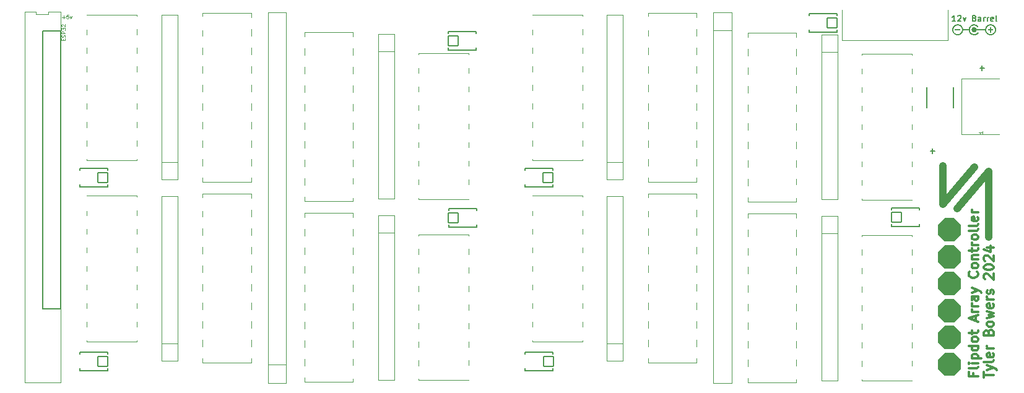
<source format=gto>
G04 #@! TF.GenerationSoftware,KiCad,Pcbnew,8.0.6-8.0.6-0~ubuntu24.04.1*
G04 #@! TF.CreationDate,2024-11-10T23:48:13-05:00*
G04 #@! TF.ProjectId,array,61727261-792e-46b6-9963-61645f706362,rev?*
G04 #@! TF.SameCoordinates,Original*
G04 #@! TF.FileFunction,Legend,Top*
G04 #@! TF.FilePolarity,Positive*
%FSLAX46Y46*%
G04 Gerber Fmt 4.6, Leading zero omitted, Abs format (unit mm)*
G04 Created by KiCad (PCBNEW 8.0.6-8.0.6-0~ubuntu24.04.1) date 2024-11-10 23:48:13*
%MOMM*%
%LPD*%
G01*
G04 APERTURE LIST*
G04 Aperture macros list*
%AMRoundRect*
0 Rectangle with rounded corners*
0 $1 Rounding radius*
0 $2 $3 $4 $5 $6 $7 $8 $9 X,Y pos of 4 corners*
0 Add a 4 corners polygon primitive as box body*
4,1,4,$2,$3,$4,$5,$6,$7,$8,$9,$2,$3,0*
0 Add four circle primitives for the rounded corners*
1,1,$1+$1,$2,$3*
1,1,$1+$1,$4,$5*
1,1,$1+$1,$6,$7*
1,1,$1+$1,$8,$9*
0 Add four rect primitives between the rounded corners*
20,1,$1+$1,$2,$3,$4,$5,0*
20,1,$1+$1,$4,$5,$6,$7,0*
20,1,$1+$1,$6,$7,$8,$9,0*
20,1,$1+$1,$8,$9,$2,$3,0*%
G04 Aperture macros list end*
%ADD10C,1.000000*%
%ADD11C,0.000000*%
%ADD12C,0.160000*%
%ADD13C,0.100000*%
%ADD14C,0.300000*%
%ADD15C,0.150000*%
%ADD16C,0.152400*%
%ADD17C,0.120000*%
%ADD18C,0.127000*%
%ADD19C,1.270000*%
%ADD20R,5.000000X1.500000*%
%ADD21R,3.505200X1.778000*%
%ADD22C,1.371600*%
%ADD23R,2.500000X4.000000*%
%ADD24RoundRect,0.102000X0.659000X0.659000X-0.659000X0.659000X-0.659000X-0.659000X0.659000X-0.659000X0*%
%ADD25C,1.522000*%
%ADD26RoundRect,0.102000X-0.659000X-0.659000X0.659000X-0.659000X0.659000X0.659000X-0.659000X0.659000X0*%
%ADD27C,1.500000*%
%ADD28R,1.227074X1.227074*%
%ADD29C,1.227074*%
%ADD30C,1.200000*%
%ADD31R,1.295400X1.295400*%
%ADD32C,1.295400*%
G04 APERTURE END LIST*
D10*
X210400000Y-120850000D02*
X210400000Y-126075000D01*
X210400000Y-126075000D02*
X214740000Y-120985000D01*
X216710000Y-121650000D02*
X212370000Y-126740000D01*
X216710000Y-130570000D02*
X216710000Y-121650000D01*
D11*
G36*
X212888750Y-132624878D02*
G01*
X212888750Y-133940122D01*
X211958872Y-134870000D01*
X210643628Y-134870000D01*
X209713750Y-133940122D01*
X209713750Y-132624878D01*
X210643628Y-131695000D01*
X211958872Y-131695000D01*
X212888750Y-132624878D01*
G37*
G36*
X212886250Y-128934878D02*
G01*
X212886250Y-130250122D01*
X211956372Y-131180000D01*
X210641128Y-131180000D01*
X209711250Y-130250122D01*
X209711250Y-128934878D01*
X210641128Y-128005000D01*
X211956372Y-128005000D01*
X212886250Y-128934878D01*
G37*
G36*
X212897378Y-139997439D02*
G01*
X212897378Y-141312683D01*
X211967500Y-142242561D01*
X210652256Y-142242561D01*
X209722378Y-141312683D01*
X209722378Y-139997439D01*
X210652256Y-139067561D01*
X211967500Y-139067561D01*
X212897378Y-139997439D01*
G37*
G36*
X212894878Y-136307439D02*
G01*
X212894878Y-137622683D01*
X211965000Y-138552561D01*
X210649756Y-138552561D01*
X209719878Y-137622683D01*
X209719878Y-136307439D01*
X210649756Y-135377561D01*
X211965000Y-135377561D01*
X212894878Y-136307439D01*
G37*
G36*
X212892439Y-143664878D02*
G01*
X212892439Y-144980122D01*
X211962561Y-145910000D01*
X210647317Y-145910000D01*
X209717439Y-144980122D01*
X209717439Y-143664878D01*
X210647317Y-142735000D01*
X211962561Y-142735000D01*
X212892439Y-143664878D01*
G37*
G36*
X212894939Y-147334939D02*
G01*
X212894939Y-148650183D01*
X211965061Y-149580061D01*
X210649817Y-149580061D01*
X209719939Y-148650183D01*
X209719939Y-147334939D01*
X210649817Y-146405061D01*
X211965061Y-146405061D01*
X212894939Y-147334939D01*
G37*
G36*
X217010500Y-102614000D02*
G01*
X216860500Y-102614000D01*
X216860500Y-101864000D01*
X217010500Y-101864000D01*
X217010500Y-102614000D01*
G37*
G36*
X217310500Y-102314000D02*
G01*
X216560500Y-102314000D01*
X216560500Y-102164000D01*
X217310500Y-102164000D01*
X217310500Y-102314000D01*
G37*
G36*
X212810500Y-102314000D02*
G01*
X212060500Y-102314000D01*
X212060500Y-102164000D01*
X212810500Y-102164000D01*
X212810500Y-102314000D01*
G37*
G36*
X216210500Y-102314000D02*
G01*
X214910500Y-102314000D01*
X214910500Y-102164000D01*
X216210500Y-102164000D01*
X216210500Y-102314000D01*
G37*
G36*
X213985500Y-102314000D02*
G01*
X213135500Y-102314000D01*
X213135500Y-102164000D01*
X213985500Y-102164000D01*
X213985500Y-102314000D01*
G37*
G36*
X212475044Y-101489945D02*
G01*
X212513960Y-101492754D01*
X212552209Y-101497384D01*
X212589748Y-101503795D01*
X212626536Y-101511945D01*
X212662532Y-101521794D01*
X212697695Y-101533300D01*
X212731984Y-101546422D01*
X212765357Y-101561118D01*
X212797774Y-101577348D01*
X212829193Y-101595071D01*
X212859572Y-101614244D01*
X212888871Y-101634827D01*
X212917049Y-101656780D01*
X212944064Y-101680059D01*
X212969875Y-101704625D01*
X212994441Y-101730436D01*
X213017720Y-101757451D01*
X213039672Y-101785629D01*
X213060256Y-101814928D01*
X213079429Y-101845307D01*
X213097151Y-101876726D01*
X213113381Y-101909142D01*
X213128078Y-101942516D01*
X213141200Y-101976804D01*
X213152706Y-102011968D01*
X213162554Y-102047964D01*
X213170705Y-102084752D01*
X213177116Y-102122291D01*
X213181746Y-102160539D01*
X213184554Y-102199456D01*
X213185500Y-102239000D01*
X213184554Y-102278544D01*
X213181746Y-102317461D01*
X213177116Y-102355709D01*
X213170705Y-102393248D01*
X213162554Y-102430036D01*
X213152706Y-102466032D01*
X213141200Y-102501196D01*
X213128078Y-102535484D01*
X213113381Y-102568858D01*
X213097151Y-102601274D01*
X213079429Y-102632693D01*
X213060256Y-102663072D01*
X213039672Y-102692371D01*
X213017720Y-102720549D01*
X212994441Y-102747564D01*
X212969875Y-102773375D01*
X212944064Y-102797941D01*
X212917049Y-102821220D01*
X212888871Y-102843173D01*
X212859572Y-102863756D01*
X212829193Y-102882929D01*
X212797774Y-102900652D01*
X212765357Y-102916882D01*
X212731984Y-102931578D01*
X212697695Y-102944700D01*
X212662532Y-102956206D01*
X212626536Y-102966055D01*
X212589748Y-102974205D01*
X212552209Y-102980616D01*
X212513960Y-102985246D01*
X212475044Y-102988055D01*
X212435500Y-102989000D01*
X212395956Y-102988055D01*
X212357039Y-102985246D01*
X212318791Y-102980616D01*
X212281252Y-102974205D01*
X212244464Y-102966055D01*
X212208467Y-102956206D01*
X212173304Y-102944700D01*
X212139015Y-102931578D01*
X212105642Y-102916882D01*
X212073226Y-102900652D01*
X212041807Y-102882929D01*
X212011428Y-102863756D01*
X211982128Y-102843173D01*
X211953951Y-102821220D01*
X211926936Y-102797941D01*
X211901125Y-102773375D01*
X211876559Y-102747564D01*
X211853279Y-102720549D01*
X211831327Y-102692371D01*
X211810744Y-102663072D01*
X211791571Y-102632693D01*
X211773848Y-102601274D01*
X211757618Y-102568858D01*
X211742922Y-102535484D01*
X211729800Y-102501196D01*
X211718294Y-102466032D01*
X211708445Y-102430036D01*
X211700295Y-102393248D01*
X211693884Y-102355709D01*
X211689253Y-102317461D01*
X211686445Y-102278544D01*
X211685500Y-102239000D01*
X211685512Y-102238500D01*
X211850000Y-102238500D01*
X211850737Y-102269344D01*
X211852928Y-102299699D01*
X211856539Y-102329533D01*
X211861540Y-102358813D01*
X211867897Y-102387508D01*
X211875579Y-102415585D01*
X211884554Y-102443013D01*
X211894789Y-102469758D01*
X211906252Y-102495789D01*
X211918912Y-102521074D01*
X211932735Y-102545580D01*
X211947690Y-102569276D01*
X211963745Y-102592130D01*
X211980868Y-102614108D01*
X211999026Y-102635180D01*
X212018187Y-102655312D01*
X212038320Y-102674474D01*
X212059392Y-102692632D01*
X212081370Y-102709755D01*
X212104223Y-102725810D01*
X212127919Y-102740765D01*
X212152426Y-102754588D01*
X212177711Y-102767248D01*
X212203742Y-102778711D01*
X212230487Y-102788946D01*
X212257914Y-102797920D01*
X212285992Y-102805603D01*
X212314686Y-102811960D01*
X212343967Y-102816960D01*
X212373800Y-102820572D01*
X212404156Y-102822763D01*
X212435000Y-102823500D01*
X212465844Y-102822763D01*
X212496199Y-102820572D01*
X212526033Y-102816960D01*
X212555313Y-102811960D01*
X212584008Y-102805603D01*
X212612085Y-102797920D01*
X212639512Y-102788946D01*
X212666258Y-102778711D01*
X212692289Y-102767248D01*
X212717574Y-102754588D01*
X212742080Y-102740765D01*
X212765776Y-102725810D01*
X212788629Y-102709755D01*
X212810608Y-102692632D01*
X212831680Y-102674474D01*
X212851812Y-102655312D01*
X212870974Y-102635180D01*
X212889132Y-102614108D01*
X212906254Y-102592130D01*
X212922309Y-102569276D01*
X212937265Y-102545580D01*
X212951088Y-102521074D01*
X212963747Y-102495789D01*
X212975211Y-102469758D01*
X212985446Y-102443013D01*
X212994420Y-102415585D01*
X213002102Y-102387508D01*
X213008460Y-102358813D01*
X213013460Y-102329533D01*
X213017072Y-102299699D01*
X213019262Y-102269344D01*
X213020000Y-102238500D01*
X213019262Y-102207656D01*
X213017072Y-102177301D01*
X213013460Y-102147467D01*
X213008460Y-102118187D01*
X213002102Y-102089492D01*
X212994420Y-102061415D01*
X212985446Y-102033987D01*
X212975211Y-102007242D01*
X212963747Y-101981211D01*
X212951088Y-101955926D01*
X212937265Y-101931420D01*
X212922309Y-101907724D01*
X212906254Y-101884870D01*
X212889132Y-101862892D01*
X212870974Y-101841820D01*
X212851812Y-101821687D01*
X212831680Y-101802526D01*
X212810608Y-101784368D01*
X212788629Y-101767245D01*
X212765776Y-101751190D01*
X212742080Y-101736235D01*
X212717574Y-101722412D01*
X212692289Y-101709752D01*
X212666258Y-101698289D01*
X212639512Y-101688054D01*
X212612085Y-101679079D01*
X212584008Y-101671397D01*
X212555313Y-101665040D01*
X212526033Y-101660039D01*
X212496199Y-101656428D01*
X212465844Y-101654237D01*
X212435000Y-101653500D01*
X212404156Y-101654237D01*
X212373800Y-101656428D01*
X212343967Y-101660039D01*
X212314686Y-101665040D01*
X212285992Y-101671397D01*
X212257914Y-101679079D01*
X212230487Y-101688054D01*
X212203742Y-101698289D01*
X212177711Y-101709752D01*
X212152426Y-101722412D01*
X212127919Y-101736235D01*
X212104223Y-101751190D01*
X212081370Y-101767245D01*
X212059392Y-101784368D01*
X212038320Y-101802526D01*
X212018187Y-101821687D01*
X211999026Y-101841820D01*
X211980868Y-101862892D01*
X211963745Y-101884870D01*
X211947690Y-101907724D01*
X211932735Y-101931420D01*
X211918912Y-101955926D01*
X211906252Y-101981211D01*
X211894789Y-102007242D01*
X211884554Y-102033987D01*
X211875579Y-102061415D01*
X211867897Y-102089492D01*
X211861540Y-102118187D01*
X211856539Y-102147467D01*
X211852928Y-102177301D01*
X211850737Y-102207656D01*
X211850000Y-102238500D01*
X211685512Y-102238500D01*
X211686445Y-102199456D01*
X211689253Y-102160539D01*
X211693884Y-102122291D01*
X211700295Y-102084752D01*
X211708445Y-102047964D01*
X211718294Y-102011968D01*
X211729800Y-101976804D01*
X211742922Y-101942516D01*
X211757618Y-101909142D01*
X211773848Y-101876726D01*
X211791571Y-101845307D01*
X211810744Y-101814928D01*
X211831327Y-101785629D01*
X211853279Y-101757451D01*
X211876559Y-101730436D01*
X211901125Y-101704625D01*
X211926936Y-101680059D01*
X211953951Y-101656780D01*
X211982128Y-101634827D01*
X212011428Y-101614244D01*
X212041807Y-101595071D01*
X212073226Y-101577348D01*
X212105642Y-101561118D01*
X212139015Y-101546422D01*
X212173304Y-101533300D01*
X212208467Y-101521794D01*
X212244464Y-101511945D01*
X212281252Y-101503795D01*
X212318791Y-101497384D01*
X212357039Y-101492754D01*
X212395956Y-101489945D01*
X212435500Y-101489000D01*
X212475044Y-101489945D01*
G37*
G36*
X216975044Y-101489945D02*
G01*
X217013961Y-101492754D01*
X217052209Y-101497384D01*
X217089748Y-101503795D01*
X217126536Y-101511945D01*
X217162532Y-101521794D01*
X217197696Y-101533300D01*
X217231984Y-101546422D01*
X217265358Y-101561118D01*
X217297774Y-101577348D01*
X217329193Y-101595071D01*
X217359572Y-101614244D01*
X217388871Y-101634827D01*
X217417049Y-101656780D01*
X217444064Y-101680059D01*
X217469875Y-101704625D01*
X217494441Y-101730436D01*
X217517720Y-101757451D01*
X217539673Y-101785629D01*
X217560256Y-101814928D01*
X217579429Y-101845307D01*
X217597152Y-101876726D01*
X217613382Y-101909142D01*
X217628078Y-101942516D01*
X217641200Y-101976804D01*
X217652706Y-102011968D01*
X217662555Y-102047964D01*
X217670705Y-102084752D01*
X217677116Y-102122291D01*
X217681746Y-102160539D01*
X217684555Y-102199456D01*
X217685500Y-102239000D01*
X217684555Y-102278544D01*
X217681746Y-102317461D01*
X217677116Y-102355709D01*
X217670705Y-102393248D01*
X217662555Y-102430036D01*
X217652706Y-102466032D01*
X217641200Y-102501196D01*
X217628078Y-102535484D01*
X217613382Y-102568858D01*
X217597152Y-102601274D01*
X217579429Y-102632693D01*
X217560256Y-102663072D01*
X217539673Y-102692371D01*
X217517720Y-102720549D01*
X217494441Y-102747564D01*
X217469875Y-102773375D01*
X217444064Y-102797941D01*
X217417049Y-102821220D01*
X217388871Y-102843173D01*
X217359572Y-102863756D01*
X217329193Y-102882929D01*
X217297774Y-102900652D01*
X217265358Y-102916882D01*
X217231984Y-102931578D01*
X217197696Y-102944700D01*
X217162532Y-102956206D01*
X217126536Y-102966055D01*
X217089748Y-102974205D01*
X217052209Y-102980616D01*
X217013961Y-102985246D01*
X216975044Y-102988055D01*
X216935500Y-102989000D01*
X216895956Y-102988055D01*
X216857039Y-102985246D01*
X216818791Y-102980616D01*
X216781252Y-102974205D01*
X216744464Y-102966055D01*
X216708468Y-102956206D01*
X216673304Y-102944700D01*
X216639016Y-102931578D01*
X216605642Y-102916882D01*
X216573226Y-102900652D01*
X216541807Y-102882929D01*
X216511428Y-102863756D01*
X216482129Y-102843173D01*
X216453951Y-102821220D01*
X216426936Y-102797941D01*
X216401125Y-102773375D01*
X216376559Y-102747564D01*
X216353280Y-102720549D01*
X216331327Y-102692371D01*
X216310744Y-102663072D01*
X216291571Y-102632693D01*
X216273848Y-102601274D01*
X216257618Y-102568858D01*
X216242922Y-102535484D01*
X216229800Y-102501196D01*
X216218294Y-102466032D01*
X216208445Y-102430036D01*
X216200295Y-102393248D01*
X216193884Y-102355709D01*
X216189254Y-102317461D01*
X216186445Y-102278544D01*
X216185500Y-102239000D01*
X216185512Y-102238500D01*
X216350000Y-102238500D01*
X216350737Y-102269344D01*
X216352928Y-102299699D01*
X216356540Y-102329533D01*
X216361540Y-102358813D01*
X216367897Y-102387508D01*
X216375580Y-102415585D01*
X216384554Y-102443013D01*
X216394789Y-102469758D01*
X216406252Y-102495789D01*
X216418912Y-102521074D01*
X216432735Y-102545580D01*
X216447690Y-102569276D01*
X216463745Y-102592130D01*
X216480868Y-102614108D01*
X216499026Y-102635180D01*
X216518188Y-102655312D01*
X216538320Y-102674474D01*
X216559392Y-102692632D01*
X216581370Y-102709755D01*
X216604224Y-102725810D01*
X216627920Y-102740765D01*
X216652426Y-102754588D01*
X216677711Y-102767248D01*
X216703742Y-102778711D01*
X216730487Y-102788946D01*
X216757915Y-102797920D01*
X216785992Y-102805603D01*
X216814686Y-102811960D01*
X216843967Y-102816960D01*
X216873801Y-102820572D01*
X216904156Y-102822763D01*
X216935000Y-102823500D01*
X216965844Y-102822763D01*
X216996199Y-102820572D01*
X217026033Y-102816960D01*
X217055313Y-102811960D01*
X217084008Y-102805603D01*
X217112085Y-102797920D01*
X217139512Y-102788946D01*
X217166258Y-102778711D01*
X217192289Y-102767248D01*
X217217574Y-102754588D01*
X217242080Y-102740765D01*
X217265776Y-102725810D01*
X217288629Y-102709755D01*
X217310608Y-102692632D01*
X217331680Y-102674474D01*
X217351812Y-102655312D01*
X217370974Y-102635180D01*
X217389132Y-102614108D01*
X217406254Y-102592130D01*
X217422309Y-102569276D01*
X217437265Y-102545580D01*
X217451088Y-102521074D01*
X217463747Y-102495789D01*
X217475211Y-102469758D01*
X217485446Y-102443013D01*
X217494420Y-102415585D01*
X217502102Y-102387508D01*
X217508460Y-102358813D01*
X217513460Y-102329533D01*
X217517072Y-102299699D01*
X217519262Y-102269344D01*
X217520000Y-102238500D01*
X217519262Y-102207656D01*
X217517072Y-102177301D01*
X217513460Y-102147467D01*
X217508460Y-102118187D01*
X217502102Y-102089492D01*
X217494420Y-102061415D01*
X217485446Y-102033987D01*
X217475211Y-102007242D01*
X217463747Y-101981211D01*
X217451088Y-101955926D01*
X217437265Y-101931420D01*
X217422309Y-101907724D01*
X217406254Y-101884870D01*
X217389132Y-101862892D01*
X217370974Y-101841820D01*
X217351812Y-101821687D01*
X217331680Y-101802526D01*
X217310608Y-101784368D01*
X217288629Y-101767245D01*
X217265776Y-101751190D01*
X217242080Y-101736235D01*
X217217574Y-101722412D01*
X217192289Y-101709752D01*
X217166258Y-101698289D01*
X217139512Y-101688054D01*
X217112085Y-101679079D01*
X217084008Y-101671397D01*
X217055313Y-101665040D01*
X217026033Y-101660039D01*
X216996199Y-101656428D01*
X216965844Y-101654237D01*
X216935000Y-101653500D01*
X216904156Y-101654237D01*
X216873801Y-101656428D01*
X216843967Y-101660039D01*
X216814686Y-101665040D01*
X216785992Y-101671397D01*
X216757915Y-101679079D01*
X216730487Y-101688054D01*
X216703742Y-101698289D01*
X216677711Y-101709752D01*
X216652426Y-101722412D01*
X216627920Y-101736235D01*
X216604224Y-101751190D01*
X216581370Y-101767245D01*
X216559392Y-101784368D01*
X216538320Y-101802526D01*
X216518188Y-101821687D01*
X216499026Y-101841820D01*
X216480868Y-101862892D01*
X216463745Y-101884870D01*
X216447690Y-101907724D01*
X216432735Y-101931420D01*
X216418912Y-101955926D01*
X216406252Y-101981211D01*
X216394789Y-102007242D01*
X216384554Y-102033987D01*
X216375580Y-102061415D01*
X216367897Y-102089492D01*
X216361540Y-102118187D01*
X216356540Y-102147467D01*
X216352928Y-102177301D01*
X216350737Y-102207656D01*
X216350000Y-102238500D01*
X216185512Y-102238500D01*
X216186445Y-102199456D01*
X216189254Y-102160539D01*
X216193884Y-102122291D01*
X216200295Y-102084752D01*
X216208445Y-102047964D01*
X216218294Y-102011968D01*
X216229800Y-101976804D01*
X216242922Y-101942516D01*
X216257618Y-101909142D01*
X216273848Y-101876726D01*
X216291571Y-101845307D01*
X216310744Y-101814928D01*
X216331327Y-101785629D01*
X216353280Y-101757451D01*
X216376559Y-101730436D01*
X216401125Y-101704625D01*
X216426936Y-101680059D01*
X216453951Y-101656780D01*
X216482129Y-101634827D01*
X216511428Y-101614244D01*
X216541807Y-101595071D01*
X216573226Y-101577348D01*
X216605642Y-101561118D01*
X216639016Y-101546422D01*
X216673304Y-101533300D01*
X216708468Y-101521794D01*
X216744464Y-101511945D01*
X216781252Y-101503795D01*
X216818791Y-101497384D01*
X216857039Y-101492754D01*
X216895956Y-101489945D01*
X216935500Y-101489000D01*
X216975044Y-101489945D01*
G37*
G36*
X214736000Y-101491500D02*
G01*
X214773000Y-101495000D01*
X214810000Y-101500500D01*
X214846500Y-101507500D01*
X214882500Y-101516000D01*
X214918000Y-101527000D01*
X214953000Y-101540000D01*
X214987500Y-101554000D01*
X215021500Y-101569500D01*
X215054000Y-101587000D01*
X215086000Y-101606000D01*
X215117000Y-101627000D01*
X215147000Y-101649000D01*
X215175500Y-101672500D01*
X215203000Y-101697500D01*
X215229500Y-101724000D01*
X215254500Y-101751500D01*
X215278000Y-101780000D01*
X215300000Y-101810000D01*
X215166000Y-101903500D01*
X215149500Y-101880000D01*
X215131000Y-101857500D01*
X215111500Y-101836000D01*
X215091000Y-101815000D01*
X215069000Y-101795500D01*
X215046500Y-101777000D01*
X215023000Y-101760000D01*
X214999000Y-101743500D01*
X214974000Y-101728500D01*
X214948000Y-101715000D01*
X214922000Y-101702000D01*
X214895000Y-101691000D01*
X214867500Y-101681500D01*
X214839500Y-101673000D01*
X214811000Y-101666000D01*
X214782500Y-101660500D01*
X214753500Y-101656500D01*
X214724500Y-101654000D01*
X214695500Y-101652500D01*
X214666500Y-101653000D01*
X214637000Y-101654500D01*
X214608000Y-101657500D01*
X214579500Y-101662000D01*
X214551000Y-101668000D01*
X214522500Y-101675500D01*
X214495000Y-101684500D01*
X214467500Y-101694500D01*
X214441000Y-101705500D01*
X214414500Y-101718000D01*
X214389000Y-101732500D01*
X214364000Y-101747500D01*
X214340000Y-101764000D01*
X214317000Y-101782000D01*
X214295000Y-101800500D01*
X214273500Y-101820500D01*
X214253500Y-101841500D01*
X214234000Y-101863500D01*
X214215500Y-101886500D01*
X214198500Y-101910000D01*
X214183000Y-101934500D01*
X214168500Y-101960000D01*
X214155000Y-101986000D01*
X214143000Y-102012500D01*
X214132500Y-102039500D01*
X214123500Y-102067500D01*
X214115500Y-102095500D01*
X214109000Y-102124000D01*
X214104000Y-102152500D01*
X214100500Y-102181500D01*
X214098000Y-102210500D01*
X214097500Y-102239500D01*
X214098000Y-102269000D01*
X214100500Y-102298000D01*
X214104000Y-102327000D01*
X214109000Y-102355500D01*
X214115500Y-102384000D01*
X214123500Y-102412000D01*
X214132500Y-102439500D01*
X214143500Y-102467000D01*
X214155000Y-102493500D01*
X214168500Y-102519500D01*
X214183000Y-102544500D01*
X214198500Y-102569000D01*
X214215500Y-102593000D01*
X214233500Y-102615500D01*
X214252500Y-102637500D01*
X214273000Y-102658500D01*
X214294000Y-102678500D01*
X214316500Y-102697500D01*
X214339500Y-102715000D01*
X214363500Y-102731500D01*
X214388500Y-102747000D01*
X214414000Y-102761000D01*
X214440000Y-102773500D01*
X214467000Y-102785500D01*
X214494000Y-102796000D01*
X214522000Y-102804500D01*
X214550000Y-102812000D01*
X214578500Y-102818000D01*
X214607500Y-102822500D01*
X214636500Y-102825500D01*
X214665500Y-102827000D01*
X214695000Y-102827500D01*
X214724000Y-102826000D01*
X214753000Y-102823500D01*
X214782000Y-102819500D01*
X214810500Y-102814000D01*
X214838500Y-102807000D01*
X214866500Y-102798500D01*
X214894000Y-102789000D01*
X214921000Y-102777500D01*
X214947500Y-102766000D01*
X214973000Y-102752000D01*
X214998500Y-102737000D01*
X215022500Y-102721000D01*
X215046000Y-102703500D01*
X215068500Y-102685000D01*
X215090000Y-102665500D01*
X215110500Y-102645000D01*
X215130000Y-102623500D01*
X215148500Y-102600500D01*
X215166500Y-102577500D01*
X215299000Y-102670000D01*
X215276500Y-102700000D01*
X215253000Y-102729000D01*
X215228000Y-102756500D01*
X215202000Y-102783000D01*
X215174500Y-102807500D01*
X215145500Y-102831500D01*
X215115500Y-102853500D01*
X215084500Y-102874000D01*
X215053000Y-102893000D01*
X215020000Y-102910500D01*
X214986500Y-102926500D01*
X214952000Y-102940500D01*
X214917000Y-102952500D01*
X214881000Y-102963000D01*
X214845000Y-102971500D01*
X214808500Y-102978500D01*
X214771500Y-102984000D01*
X214734500Y-102987500D01*
X214697500Y-102989000D01*
X214660500Y-102988500D01*
X214623000Y-102986500D01*
X214586500Y-102982500D01*
X214549500Y-102976500D01*
X214513000Y-102969000D01*
X214477000Y-102959500D01*
X214441500Y-102948000D01*
X214407000Y-102935000D01*
X214372500Y-102920500D01*
X214339500Y-102904000D01*
X214306500Y-102886000D01*
X214275000Y-102866500D01*
X214244500Y-102845500D01*
X214215000Y-102823000D01*
X214186500Y-102798500D01*
X214159500Y-102773500D01*
X214133500Y-102746500D01*
X214109000Y-102718500D01*
X214086000Y-102689500D01*
X214064500Y-102659000D01*
X214044500Y-102628000D01*
X214026500Y-102595500D01*
X214009500Y-102562500D01*
X213994000Y-102528500D01*
X213980500Y-102494000D01*
X213969000Y-102458000D01*
X213959000Y-102422500D01*
X213950500Y-102386000D01*
X213944500Y-102349500D01*
X213939500Y-102312500D01*
X213937000Y-102275500D01*
X213936000Y-102238500D01*
X213937000Y-102201000D01*
X213939500Y-102164000D01*
X213944500Y-102127000D01*
X213951000Y-102090500D01*
X213959000Y-102054500D01*
X213969000Y-102018500D01*
X213981000Y-101983500D01*
X213994500Y-101949000D01*
X214009500Y-101915000D01*
X214026500Y-101882000D01*
X214045500Y-101850000D01*
X214065500Y-101818500D01*
X214087000Y-101788000D01*
X214110500Y-101759000D01*
X214135000Y-101731000D01*
X214160500Y-101704500D01*
X214188000Y-101679000D01*
X214216000Y-101655000D01*
X214246000Y-101632500D01*
X214276500Y-101611500D01*
X214308000Y-101592000D01*
X214340500Y-101574000D01*
X214374000Y-101557500D01*
X214408000Y-101543000D01*
X214443000Y-101530000D01*
X214478500Y-101519500D01*
X214514500Y-101510000D01*
X214551000Y-101502500D01*
X214587500Y-101496500D01*
X214624500Y-101492500D01*
X214662000Y-101490500D01*
X214699000Y-101490000D01*
X214736000Y-101491500D01*
G37*
G36*
X214703424Y-101889441D02*
G01*
X214721560Y-101890750D01*
X214739387Y-101892908D01*
X214756886Y-101895896D01*
X214774039Y-101899696D01*
X214790824Y-101904286D01*
X214807224Y-101909649D01*
X214823218Y-101915766D01*
X214838788Y-101922616D01*
X214853913Y-101930180D01*
X214868575Y-101938441D01*
X214882754Y-101947377D01*
X214896430Y-101956970D01*
X214909584Y-101967201D01*
X214922197Y-101978051D01*
X214934250Y-101989500D01*
X214945722Y-102001529D01*
X214956595Y-102014119D01*
X214966849Y-102027250D01*
X214976464Y-102040904D01*
X214985422Y-102055061D01*
X214993703Y-102069702D01*
X215001287Y-102084808D01*
X215008156Y-102100359D01*
X215014289Y-102116337D01*
X215019667Y-102132721D01*
X215024271Y-102149494D01*
X215028082Y-102166635D01*
X215031079Y-102184125D01*
X215033244Y-102201946D01*
X215034557Y-102220077D01*
X215035000Y-102238500D01*
X215034557Y-102256924D01*
X215033244Y-102275060D01*
X215031079Y-102292887D01*
X215028082Y-102310387D01*
X215024271Y-102327539D01*
X215019667Y-102344325D01*
X215014289Y-102360724D01*
X215008156Y-102376719D01*
X215001287Y-102392288D01*
X214993703Y-102407414D01*
X214985422Y-102422075D01*
X214976464Y-102436254D01*
X214966849Y-102449930D01*
X214956595Y-102463084D01*
X214945722Y-102475698D01*
X214934250Y-102487750D01*
X214922197Y-102499222D01*
X214909584Y-102510095D01*
X214896430Y-102520349D01*
X214882754Y-102529965D01*
X214868575Y-102538923D01*
X214853913Y-102547204D01*
X214838788Y-102554788D01*
X214823218Y-102561656D01*
X214807224Y-102567789D01*
X214790824Y-102573167D01*
X214774039Y-102577772D01*
X214756886Y-102581582D01*
X214739387Y-102584580D01*
X214721560Y-102586745D01*
X214703424Y-102588058D01*
X214685000Y-102588500D01*
X214666577Y-102588058D01*
X214648445Y-102586745D01*
X214630625Y-102584580D01*
X214613134Y-102581582D01*
X214595994Y-102577772D01*
X214579221Y-102573167D01*
X214562837Y-102567789D01*
X214546859Y-102561656D01*
X214531308Y-102554788D01*
X214516202Y-102547204D01*
X214501561Y-102538923D01*
X214487404Y-102529965D01*
X214473750Y-102520349D01*
X214460619Y-102510095D01*
X214448029Y-102499222D01*
X214436000Y-102487750D01*
X214424551Y-102475698D01*
X214413701Y-102463084D01*
X214403470Y-102449930D01*
X214393877Y-102436254D01*
X214384940Y-102422075D01*
X214376680Y-102407414D01*
X214369115Y-102392288D01*
X214362265Y-102376719D01*
X214356149Y-102360724D01*
X214350786Y-102344325D01*
X214346195Y-102327539D01*
X214342396Y-102310387D01*
X214339408Y-102292887D01*
X214337249Y-102275060D01*
X214335940Y-102256924D01*
X214335500Y-102238500D01*
X214335940Y-102220077D01*
X214337249Y-102201946D01*
X214339408Y-102184125D01*
X214342396Y-102166635D01*
X214346195Y-102149494D01*
X214350786Y-102132721D01*
X214356149Y-102116337D01*
X214362265Y-102100359D01*
X214369115Y-102084808D01*
X214376680Y-102069702D01*
X214384940Y-102055061D01*
X214393877Y-102040904D01*
X214403470Y-102027250D01*
X214413701Y-102014119D01*
X214424551Y-102001529D01*
X214436000Y-101989500D01*
X214448029Y-101978051D01*
X214460619Y-101967201D01*
X214473750Y-101956970D01*
X214487404Y-101947377D01*
X214501561Y-101938441D01*
X214516202Y-101930180D01*
X214531308Y-101922616D01*
X214546859Y-101915766D01*
X214562837Y-101909649D01*
X214579221Y-101904286D01*
X214595994Y-101899696D01*
X214613134Y-101895896D01*
X214630625Y-101892908D01*
X214648445Y-101890750D01*
X214666577Y-101889441D01*
X214685000Y-101889000D01*
X214703424Y-101889441D01*
G37*
D12*
X212144786Y-101073775D02*
X211687643Y-101073775D01*
X211916215Y-101073775D02*
X211916215Y-100273775D01*
X211916215Y-100273775D02*
X211840024Y-100388060D01*
X211840024Y-100388060D02*
X211763834Y-100464251D01*
X211763834Y-100464251D02*
X211687643Y-100502346D01*
X212449548Y-100349965D02*
X212487644Y-100311870D01*
X212487644Y-100311870D02*
X212563834Y-100273775D01*
X212563834Y-100273775D02*
X212754310Y-100273775D01*
X212754310Y-100273775D02*
X212830501Y-100311870D01*
X212830501Y-100311870D02*
X212868596Y-100349965D01*
X212868596Y-100349965D02*
X212906691Y-100426156D01*
X212906691Y-100426156D02*
X212906691Y-100502346D01*
X212906691Y-100502346D02*
X212868596Y-100616632D01*
X212868596Y-100616632D02*
X212411453Y-101073775D01*
X212411453Y-101073775D02*
X212906691Y-101073775D01*
X213173358Y-100540441D02*
X213363834Y-101073775D01*
X213363834Y-101073775D02*
X213554311Y-100540441D01*
X214735263Y-100654727D02*
X214849549Y-100692822D01*
X214849549Y-100692822D02*
X214887644Y-100730918D01*
X214887644Y-100730918D02*
X214925740Y-100807108D01*
X214925740Y-100807108D02*
X214925740Y-100921394D01*
X214925740Y-100921394D02*
X214887644Y-100997584D01*
X214887644Y-100997584D02*
X214849549Y-101035680D01*
X214849549Y-101035680D02*
X214773359Y-101073775D01*
X214773359Y-101073775D02*
X214468597Y-101073775D01*
X214468597Y-101073775D02*
X214468597Y-100273775D01*
X214468597Y-100273775D02*
X214735263Y-100273775D01*
X214735263Y-100273775D02*
X214811454Y-100311870D01*
X214811454Y-100311870D02*
X214849549Y-100349965D01*
X214849549Y-100349965D02*
X214887644Y-100426156D01*
X214887644Y-100426156D02*
X214887644Y-100502346D01*
X214887644Y-100502346D02*
X214849549Y-100578537D01*
X214849549Y-100578537D02*
X214811454Y-100616632D01*
X214811454Y-100616632D02*
X214735263Y-100654727D01*
X214735263Y-100654727D02*
X214468597Y-100654727D01*
X215611454Y-101073775D02*
X215611454Y-100654727D01*
X215611454Y-100654727D02*
X215573359Y-100578537D01*
X215573359Y-100578537D02*
X215497168Y-100540441D01*
X215497168Y-100540441D02*
X215344787Y-100540441D01*
X215344787Y-100540441D02*
X215268597Y-100578537D01*
X215611454Y-101035680D02*
X215535263Y-101073775D01*
X215535263Y-101073775D02*
X215344787Y-101073775D01*
X215344787Y-101073775D02*
X215268597Y-101035680D01*
X215268597Y-101035680D02*
X215230501Y-100959489D01*
X215230501Y-100959489D02*
X215230501Y-100883299D01*
X215230501Y-100883299D02*
X215268597Y-100807108D01*
X215268597Y-100807108D02*
X215344787Y-100769013D01*
X215344787Y-100769013D02*
X215535263Y-100769013D01*
X215535263Y-100769013D02*
X215611454Y-100730918D01*
X215992407Y-101073775D02*
X215992407Y-100540441D01*
X215992407Y-100692822D02*
X216030502Y-100616632D01*
X216030502Y-100616632D02*
X216068597Y-100578537D01*
X216068597Y-100578537D02*
X216144788Y-100540441D01*
X216144788Y-100540441D02*
X216220978Y-100540441D01*
X216487645Y-101073775D02*
X216487645Y-100540441D01*
X216487645Y-100692822D02*
X216525740Y-100616632D01*
X216525740Y-100616632D02*
X216563835Y-100578537D01*
X216563835Y-100578537D02*
X216640026Y-100540441D01*
X216640026Y-100540441D02*
X216716216Y-100540441D01*
X217287645Y-101035680D02*
X217211454Y-101073775D01*
X217211454Y-101073775D02*
X217059073Y-101073775D01*
X217059073Y-101073775D02*
X216982883Y-101035680D01*
X216982883Y-101035680D02*
X216944787Y-100959489D01*
X216944787Y-100959489D02*
X216944787Y-100654727D01*
X216944787Y-100654727D02*
X216982883Y-100578537D01*
X216982883Y-100578537D02*
X217059073Y-100540441D01*
X217059073Y-100540441D02*
X217211454Y-100540441D01*
X217211454Y-100540441D02*
X217287645Y-100578537D01*
X217287645Y-100578537D02*
X217325740Y-100654727D01*
X217325740Y-100654727D02*
X217325740Y-100730918D01*
X217325740Y-100730918D02*
X216944787Y-100807108D01*
X217782882Y-101073775D02*
X217706692Y-101035680D01*
X217706692Y-101035680D02*
X217668597Y-100959489D01*
X217668597Y-100959489D02*
X217668597Y-100273775D01*
D13*
X215863609Y-116133258D02*
X215863609Y-116418972D01*
X215863609Y-116276115D02*
X215363609Y-116276115D01*
X215363609Y-116276115D02*
X215435038Y-116323734D01*
X215435038Y-116323734D02*
X215482657Y-116371353D01*
X215482657Y-116371353D02*
X215506466Y-116418972D01*
X89964836Y-100513133D02*
X90345789Y-100513133D01*
X90155312Y-100703609D02*
X90155312Y-100322657D01*
X90821979Y-100203609D02*
X90583884Y-100203609D01*
X90583884Y-100203609D02*
X90560075Y-100441704D01*
X90560075Y-100441704D02*
X90583884Y-100417895D01*
X90583884Y-100417895D02*
X90631503Y-100394085D01*
X90631503Y-100394085D02*
X90750551Y-100394085D01*
X90750551Y-100394085D02*
X90798170Y-100417895D01*
X90798170Y-100417895D02*
X90821979Y-100441704D01*
X90821979Y-100441704D02*
X90845789Y-100489323D01*
X90845789Y-100489323D02*
X90845789Y-100608371D01*
X90845789Y-100608371D02*
X90821979Y-100655990D01*
X90821979Y-100655990D02*
X90798170Y-100679800D01*
X90798170Y-100679800D02*
X90750551Y-100703609D01*
X90750551Y-100703609D02*
X90631503Y-100703609D01*
X90631503Y-100703609D02*
X90583884Y-100679800D01*
X90583884Y-100679800D02*
X90560075Y-100655990D01*
X91012455Y-100370276D02*
X91131503Y-100703609D01*
X91131503Y-100703609D02*
X91250550Y-100370276D01*
D14*
X214551425Y-149209774D02*
X214551425Y-149643108D01*
X215232377Y-149643108D02*
X213932377Y-149643108D01*
X213932377Y-149643108D02*
X213932377Y-149024060D01*
X215232377Y-148343107D02*
X215170473Y-148466917D01*
X215170473Y-148466917D02*
X215046663Y-148528822D01*
X215046663Y-148528822D02*
X213932377Y-148528822D01*
X215232377Y-147847870D02*
X214365711Y-147847870D01*
X213932377Y-147847870D02*
X213994282Y-147909774D01*
X213994282Y-147909774D02*
X214056187Y-147847870D01*
X214056187Y-147847870D02*
X213994282Y-147785965D01*
X213994282Y-147785965D02*
X213932377Y-147847870D01*
X213932377Y-147847870D02*
X214056187Y-147847870D01*
X214365711Y-147228822D02*
X215665711Y-147228822D01*
X214427615Y-147228822D02*
X214365711Y-147105012D01*
X214365711Y-147105012D02*
X214365711Y-146857393D01*
X214365711Y-146857393D02*
X214427615Y-146733584D01*
X214427615Y-146733584D02*
X214489520Y-146671679D01*
X214489520Y-146671679D02*
X214613330Y-146609774D01*
X214613330Y-146609774D02*
X214984758Y-146609774D01*
X214984758Y-146609774D02*
X215108568Y-146671679D01*
X215108568Y-146671679D02*
X215170473Y-146733584D01*
X215170473Y-146733584D02*
X215232377Y-146857393D01*
X215232377Y-146857393D02*
X215232377Y-147105012D01*
X215232377Y-147105012D02*
X215170473Y-147228822D01*
X215232377Y-145495489D02*
X213932377Y-145495489D01*
X215170473Y-145495489D02*
X215232377Y-145619298D01*
X215232377Y-145619298D02*
X215232377Y-145866917D01*
X215232377Y-145866917D02*
X215170473Y-145990727D01*
X215170473Y-145990727D02*
X215108568Y-146052632D01*
X215108568Y-146052632D02*
X214984758Y-146114536D01*
X214984758Y-146114536D02*
X214613330Y-146114536D01*
X214613330Y-146114536D02*
X214489520Y-146052632D01*
X214489520Y-146052632D02*
X214427615Y-145990727D01*
X214427615Y-145990727D02*
X214365711Y-145866917D01*
X214365711Y-145866917D02*
X214365711Y-145619298D01*
X214365711Y-145619298D02*
X214427615Y-145495489D01*
X215232377Y-144690727D02*
X215170473Y-144814537D01*
X215170473Y-144814537D02*
X215108568Y-144876442D01*
X215108568Y-144876442D02*
X214984758Y-144938346D01*
X214984758Y-144938346D02*
X214613330Y-144938346D01*
X214613330Y-144938346D02*
X214489520Y-144876442D01*
X214489520Y-144876442D02*
X214427615Y-144814537D01*
X214427615Y-144814537D02*
X214365711Y-144690727D01*
X214365711Y-144690727D02*
X214365711Y-144505013D01*
X214365711Y-144505013D02*
X214427615Y-144381204D01*
X214427615Y-144381204D02*
X214489520Y-144319299D01*
X214489520Y-144319299D02*
X214613330Y-144257394D01*
X214613330Y-144257394D02*
X214984758Y-144257394D01*
X214984758Y-144257394D02*
X215108568Y-144319299D01*
X215108568Y-144319299D02*
X215170473Y-144381204D01*
X215170473Y-144381204D02*
X215232377Y-144505013D01*
X215232377Y-144505013D02*
X215232377Y-144690727D01*
X214365711Y-143885966D02*
X214365711Y-143390728D01*
X213932377Y-143700252D02*
X215046663Y-143700252D01*
X215046663Y-143700252D02*
X215170473Y-143638347D01*
X215170473Y-143638347D02*
X215232377Y-143514537D01*
X215232377Y-143514537D02*
X215232377Y-143390728D01*
X214860949Y-142028823D02*
X214860949Y-141409776D01*
X215232377Y-142152633D02*
X213932377Y-141719300D01*
X213932377Y-141719300D02*
X215232377Y-141285966D01*
X215232377Y-140852633D02*
X214365711Y-140852633D01*
X214613330Y-140852633D02*
X214489520Y-140790728D01*
X214489520Y-140790728D02*
X214427615Y-140728823D01*
X214427615Y-140728823D02*
X214365711Y-140605014D01*
X214365711Y-140605014D02*
X214365711Y-140481204D01*
X215232377Y-140047871D02*
X214365711Y-140047871D01*
X214613330Y-140047871D02*
X214489520Y-139985966D01*
X214489520Y-139985966D02*
X214427615Y-139924061D01*
X214427615Y-139924061D02*
X214365711Y-139800252D01*
X214365711Y-139800252D02*
X214365711Y-139676442D01*
X215232377Y-138685966D02*
X214551425Y-138685966D01*
X214551425Y-138685966D02*
X214427615Y-138747871D01*
X214427615Y-138747871D02*
X214365711Y-138871680D01*
X214365711Y-138871680D02*
X214365711Y-139119299D01*
X214365711Y-139119299D02*
X214427615Y-139243109D01*
X215170473Y-138685966D02*
X215232377Y-138809775D01*
X215232377Y-138809775D02*
X215232377Y-139119299D01*
X215232377Y-139119299D02*
X215170473Y-139243109D01*
X215170473Y-139243109D02*
X215046663Y-139305013D01*
X215046663Y-139305013D02*
X214922853Y-139305013D01*
X214922853Y-139305013D02*
X214799044Y-139243109D01*
X214799044Y-139243109D02*
X214737139Y-139119299D01*
X214737139Y-139119299D02*
X214737139Y-138809775D01*
X214737139Y-138809775D02*
X214675234Y-138685966D01*
X214365711Y-138190728D02*
X215232377Y-137881204D01*
X214365711Y-137571681D02*
X215232377Y-137881204D01*
X215232377Y-137881204D02*
X215541901Y-138005014D01*
X215541901Y-138005014D02*
X215603806Y-138066919D01*
X215603806Y-138066919D02*
X215665711Y-138190728D01*
X215108568Y-135343110D02*
X215170473Y-135405014D01*
X215170473Y-135405014D02*
X215232377Y-135590729D01*
X215232377Y-135590729D02*
X215232377Y-135714538D01*
X215232377Y-135714538D02*
X215170473Y-135900252D01*
X215170473Y-135900252D02*
X215046663Y-136024062D01*
X215046663Y-136024062D02*
X214922853Y-136085967D01*
X214922853Y-136085967D02*
X214675234Y-136147871D01*
X214675234Y-136147871D02*
X214489520Y-136147871D01*
X214489520Y-136147871D02*
X214241901Y-136085967D01*
X214241901Y-136085967D02*
X214118092Y-136024062D01*
X214118092Y-136024062D02*
X213994282Y-135900252D01*
X213994282Y-135900252D02*
X213932377Y-135714538D01*
X213932377Y-135714538D02*
X213932377Y-135590729D01*
X213932377Y-135590729D02*
X213994282Y-135405014D01*
X213994282Y-135405014D02*
X214056187Y-135343110D01*
X215232377Y-134600252D02*
X215170473Y-134724062D01*
X215170473Y-134724062D02*
X215108568Y-134785967D01*
X215108568Y-134785967D02*
X214984758Y-134847871D01*
X214984758Y-134847871D02*
X214613330Y-134847871D01*
X214613330Y-134847871D02*
X214489520Y-134785967D01*
X214489520Y-134785967D02*
X214427615Y-134724062D01*
X214427615Y-134724062D02*
X214365711Y-134600252D01*
X214365711Y-134600252D02*
X214365711Y-134414538D01*
X214365711Y-134414538D02*
X214427615Y-134290729D01*
X214427615Y-134290729D02*
X214489520Y-134228824D01*
X214489520Y-134228824D02*
X214613330Y-134166919D01*
X214613330Y-134166919D02*
X214984758Y-134166919D01*
X214984758Y-134166919D02*
X215108568Y-134228824D01*
X215108568Y-134228824D02*
X215170473Y-134290729D01*
X215170473Y-134290729D02*
X215232377Y-134414538D01*
X215232377Y-134414538D02*
X215232377Y-134600252D01*
X214365711Y-133609777D02*
X215232377Y-133609777D01*
X214489520Y-133609777D02*
X214427615Y-133547872D01*
X214427615Y-133547872D02*
X214365711Y-133424062D01*
X214365711Y-133424062D02*
X214365711Y-133238348D01*
X214365711Y-133238348D02*
X214427615Y-133114539D01*
X214427615Y-133114539D02*
X214551425Y-133052634D01*
X214551425Y-133052634D02*
X215232377Y-133052634D01*
X214365711Y-132619301D02*
X214365711Y-132124063D01*
X213932377Y-132433587D02*
X215046663Y-132433587D01*
X215046663Y-132433587D02*
X215170473Y-132371682D01*
X215170473Y-132371682D02*
X215232377Y-132247872D01*
X215232377Y-132247872D02*
X215232377Y-132124063D01*
X215232377Y-131690730D02*
X214365711Y-131690730D01*
X214613330Y-131690730D02*
X214489520Y-131628825D01*
X214489520Y-131628825D02*
X214427615Y-131566920D01*
X214427615Y-131566920D02*
X214365711Y-131443111D01*
X214365711Y-131443111D02*
X214365711Y-131319301D01*
X215232377Y-130700253D02*
X215170473Y-130824063D01*
X215170473Y-130824063D02*
X215108568Y-130885968D01*
X215108568Y-130885968D02*
X214984758Y-130947872D01*
X214984758Y-130947872D02*
X214613330Y-130947872D01*
X214613330Y-130947872D02*
X214489520Y-130885968D01*
X214489520Y-130885968D02*
X214427615Y-130824063D01*
X214427615Y-130824063D02*
X214365711Y-130700253D01*
X214365711Y-130700253D02*
X214365711Y-130514539D01*
X214365711Y-130514539D02*
X214427615Y-130390730D01*
X214427615Y-130390730D02*
X214489520Y-130328825D01*
X214489520Y-130328825D02*
X214613330Y-130266920D01*
X214613330Y-130266920D02*
X214984758Y-130266920D01*
X214984758Y-130266920D02*
X215108568Y-130328825D01*
X215108568Y-130328825D02*
X215170473Y-130390730D01*
X215170473Y-130390730D02*
X215232377Y-130514539D01*
X215232377Y-130514539D02*
X215232377Y-130700253D01*
X215232377Y-129524063D02*
X215170473Y-129647873D01*
X215170473Y-129647873D02*
X215046663Y-129709778D01*
X215046663Y-129709778D02*
X213932377Y-129709778D01*
X215232377Y-128843111D02*
X215170473Y-128966921D01*
X215170473Y-128966921D02*
X215046663Y-129028826D01*
X215046663Y-129028826D02*
X213932377Y-129028826D01*
X215170473Y-127852636D02*
X215232377Y-127976445D01*
X215232377Y-127976445D02*
X215232377Y-128224064D01*
X215232377Y-128224064D02*
X215170473Y-128347874D01*
X215170473Y-128347874D02*
X215046663Y-128409778D01*
X215046663Y-128409778D02*
X214551425Y-128409778D01*
X214551425Y-128409778D02*
X214427615Y-128347874D01*
X214427615Y-128347874D02*
X214365711Y-128224064D01*
X214365711Y-128224064D02*
X214365711Y-127976445D01*
X214365711Y-127976445D02*
X214427615Y-127852636D01*
X214427615Y-127852636D02*
X214551425Y-127790731D01*
X214551425Y-127790731D02*
X214675234Y-127790731D01*
X214675234Y-127790731D02*
X214799044Y-128409778D01*
X215232377Y-127233588D02*
X214365711Y-127233588D01*
X214613330Y-127233588D02*
X214489520Y-127171683D01*
X214489520Y-127171683D02*
X214427615Y-127109778D01*
X214427615Y-127109778D02*
X214365711Y-126985969D01*
X214365711Y-126985969D02*
X214365711Y-126862159D01*
X216025304Y-149828822D02*
X216025304Y-149085965D01*
X217325304Y-149457393D02*
X216025304Y-149457393D01*
X216458638Y-148776441D02*
X217325304Y-148466917D01*
X216458638Y-148157394D02*
X217325304Y-148466917D01*
X217325304Y-148466917D02*
X217634828Y-148590727D01*
X217634828Y-148590727D02*
X217696733Y-148652632D01*
X217696733Y-148652632D02*
X217758638Y-148776441D01*
X217325304Y-147476441D02*
X217263400Y-147600251D01*
X217263400Y-147600251D02*
X217139590Y-147662156D01*
X217139590Y-147662156D02*
X216025304Y-147662156D01*
X217263400Y-146485966D02*
X217325304Y-146609775D01*
X217325304Y-146609775D02*
X217325304Y-146857394D01*
X217325304Y-146857394D02*
X217263400Y-146981204D01*
X217263400Y-146981204D02*
X217139590Y-147043108D01*
X217139590Y-147043108D02*
X216644352Y-147043108D01*
X216644352Y-147043108D02*
X216520542Y-146981204D01*
X216520542Y-146981204D02*
X216458638Y-146857394D01*
X216458638Y-146857394D02*
X216458638Y-146609775D01*
X216458638Y-146609775D02*
X216520542Y-146485966D01*
X216520542Y-146485966D02*
X216644352Y-146424061D01*
X216644352Y-146424061D02*
X216768161Y-146424061D01*
X216768161Y-146424061D02*
X216891971Y-147043108D01*
X217325304Y-145866918D02*
X216458638Y-145866918D01*
X216706257Y-145866918D02*
X216582447Y-145805013D01*
X216582447Y-145805013D02*
X216520542Y-145743108D01*
X216520542Y-145743108D02*
X216458638Y-145619299D01*
X216458638Y-145619299D02*
X216458638Y-145495489D01*
X216644352Y-143638346D02*
X216706257Y-143452632D01*
X216706257Y-143452632D02*
X216768161Y-143390727D01*
X216768161Y-143390727D02*
X216891971Y-143328823D01*
X216891971Y-143328823D02*
X217077685Y-143328823D01*
X217077685Y-143328823D02*
X217201495Y-143390727D01*
X217201495Y-143390727D02*
X217263400Y-143452632D01*
X217263400Y-143452632D02*
X217325304Y-143576442D01*
X217325304Y-143576442D02*
X217325304Y-144071680D01*
X217325304Y-144071680D02*
X216025304Y-144071680D01*
X216025304Y-144071680D02*
X216025304Y-143638346D01*
X216025304Y-143638346D02*
X216087209Y-143514537D01*
X216087209Y-143514537D02*
X216149114Y-143452632D01*
X216149114Y-143452632D02*
X216272923Y-143390727D01*
X216272923Y-143390727D02*
X216396733Y-143390727D01*
X216396733Y-143390727D02*
X216520542Y-143452632D01*
X216520542Y-143452632D02*
X216582447Y-143514537D01*
X216582447Y-143514537D02*
X216644352Y-143638346D01*
X216644352Y-143638346D02*
X216644352Y-144071680D01*
X217325304Y-142585965D02*
X217263400Y-142709775D01*
X217263400Y-142709775D02*
X217201495Y-142771680D01*
X217201495Y-142771680D02*
X217077685Y-142833584D01*
X217077685Y-142833584D02*
X216706257Y-142833584D01*
X216706257Y-142833584D02*
X216582447Y-142771680D01*
X216582447Y-142771680D02*
X216520542Y-142709775D01*
X216520542Y-142709775D02*
X216458638Y-142585965D01*
X216458638Y-142585965D02*
X216458638Y-142400251D01*
X216458638Y-142400251D02*
X216520542Y-142276442D01*
X216520542Y-142276442D02*
X216582447Y-142214537D01*
X216582447Y-142214537D02*
X216706257Y-142152632D01*
X216706257Y-142152632D02*
X217077685Y-142152632D01*
X217077685Y-142152632D02*
X217201495Y-142214537D01*
X217201495Y-142214537D02*
X217263400Y-142276442D01*
X217263400Y-142276442D02*
X217325304Y-142400251D01*
X217325304Y-142400251D02*
X217325304Y-142585965D01*
X216458638Y-141719299D02*
X217325304Y-141471680D01*
X217325304Y-141471680D02*
X216706257Y-141224061D01*
X216706257Y-141224061D02*
X217325304Y-140976442D01*
X217325304Y-140976442D02*
X216458638Y-140728823D01*
X217263400Y-139738347D02*
X217325304Y-139862156D01*
X217325304Y-139862156D02*
X217325304Y-140109775D01*
X217325304Y-140109775D02*
X217263400Y-140233585D01*
X217263400Y-140233585D02*
X217139590Y-140295489D01*
X217139590Y-140295489D02*
X216644352Y-140295489D01*
X216644352Y-140295489D02*
X216520542Y-140233585D01*
X216520542Y-140233585D02*
X216458638Y-140109775D01*
X216458638Y-140109775D02*
X216458638Y-139862156D01*
X216458638Y-139862156D02*
X216520542Y-139738347D01*
X216520542Y-139738347D02*
X216644352Y-139676442D01*
X216644352Y-139676442D02*
X216768161Y-139676442D01*
X216768161Y-139676442D02*
X216891971Y-140295489D01*
X217325304Y-139119299D02*
X216458638Y-139119299D01*
X216706257Y-139119299D02*
X216582447Y-139057394D01*
X216582447Y-139057394D02*
X216520542Y-138995489D01*
X216520542Y-138995489D02*
X216458638Y-138871680D01*
X216458638Y-138871680D02*
X216458638Y-138747870D01*
X217263400Y-138376441D02*
X217325304Y-138252632D01*
X217325304Y-138252632D02*
X217325304Y-138005013D01*
X217325304Y-138005013D02*
X217263400Y-137881203D01*
X217263400Y-137881203D02*
X217139590Y-137819299D01*
X217139590Y-137819299D02*
X217077685Y-137819299D01*
X217077685Y-137819299D02*
X216953876Y-137881203D01*
X216953876Y-137881203D02*
X216891971Y-138005013D01*
X216891971Y-138005013D02*
X216891971Y-138190727D01*
X216891971Y-138190727D02*
X216830066Y-138314537D01*
X216830066Y-138314537D02*
X216706257Y-138376441D01*
X216706257Y-138376441D02*
X216644352Y-138376441D01*
X216644352Y-138376441D02*
X216520542Y-138314537D01*
X216520542Y-138314537D02*
X216458638Y-138190727D01*
X216458638Y-138190727D02*
X216458638Y-138005013D01*
X216458638Y-138005013D02*
X216520542Y-137881203D01*
X216149114Y-136333584D02*
X216087209Y-136271680D01*
X216087209Y-136271680D02*
X216025304Y-136147870D01*
X216025304Y-136147870D02*
X216025304Y-135838346D01*
X216025304Y-135838346D02*
X216087209Y-135714537D01*
X216087209Y-135714537D02*
X216149114Y-135652632D01*
X216149114Y-135652632D02*
X216272923Y-135590727D01*
X216272923Y-135590727D02*
X216396733Y-135590727D01*
X216396733Y-135590727D02*
X216582447Y-135652632D01*
X216582447Y-135652632D02*
X217325304Y-136395489D01*
X217325304Y-136395489D02*
X217325304Y-135590727D01*
X216025304Y-134785966D02*
X216025304Y-134662156D01*
X216025304Y-134662156D02*
X216087209Y-134538347D01*
X216087209Y-134538347D02*
X216149114Y-134476442D01*
X216149114Y-134476442D02*
X216272923Y-134414537D01*
X216272923Y-134414537D02*
X216520542Y-134352632D01*
X216520542Y-134352632D02*
X216830066Y-134352632D01*
X216830066Y-134352632D02*
X217077685Y-134414537D01*
X217077685Y-134414537D02*
X217201495Y-134476442D01*
X217201495Y-134476442D02*
X217263400Y-134538347D01*
X217263400Y-134538347D02*
X217325304Y-134662156D01*
X217325304Y-134662156D02*
X217325304Y-134785966D01*
X217325304Y-134785966D02*
X217263400Y-134909775D01*
X217263400Y-134909775D02*
X217201495Y-134971680D01*
X217201495Y-134971680D02*
X217077685Y-135033585D01*
X217077685Y-135033585D02*
X216830066Y-135095489D01*
X216830066Y-135095489D02*
X216520542Y-135095489D01*
X216520542Y-135095489D02*
X216272923Y-135033585D01*
X216272923Y-135033585D02*
X216149114Y-134971680D01*
X216149114Y-134971680D02*
X216087209Y-134909775D01*
X216087209Y-134909775D02*
X216025304Y-134785966D01*
X216149114Y-133857394D02*
X216087209Y-133795490D01*
X216087209Y-133795490D02*
X216025304Y-133671680D01*
X216025304Y-133671680D02*
X216025304Y-133362156D01*
X216025304Y-133362156D02*
X216087209Y-133238347D01*
X216087209Y-133238347D02*
X216149114Y-133176442D01*
X216149114Y-133176442D02*
X216272923Y-133114537D01*
X216272923Y-133114537D02*
X216396733Y-133114537D01*
X216396733Y-133114537D02*
X216582447Y-133176442D01*
X216582447Y-133176442D02*
X217325304Y-133919299D01*
X217325304Y-133919299D02*
X217325304Y-133114537D01*
X216458638Y-132000252D02*
X217325304Y-132000252D01*
X215963400Y-132309776D02*
X216891971Y-132619299D01*
X216891971Y-132619299D02*
X216891971Y-131814538D01*
D13*
X90121704Y-103665163D02*
X90121704Y-103498496D01*
X90383609Y-103427068D02*
X90383609Y-103665163D01*
X90383609Y-103665163D02*
X89883609Y-103665163D01*
X89883609Y-103665163D02*
X89883609Y-103427068D01*
X90359800Y-103236591D02*
X90383609Y-103165163D01*
X90383609Y-103165163D02*
X90383609Y-103046115D01*
X90383609Y-103046115D02*
X90359800Y-102998496D01*
X90359800Y-102998496D02*
X90335990Y-102974687D01*
X90335990Y-102974687D02*
X90288371Y-102950877D01*
X90288371Y-102950877D02*
X90240752Y-102950877D01*
X90240752Y-102950877D02*
X90193133Y-102974687D01*
X90193133Y-102974687D02*
X90169323Y-102998496D01*
X90169323Y-102998496D02*
X90145514Y-103046115D01*
X90145514Y-103046115D02*
X90121704Y-103141353D01*
X90121704Y-103141353D02*
X90097895Y-103188972D01*
X90097895Y-103188972D02*
X90074085Y-103212782D01*
X90074085Y-103212782D02*
X90026466Y-103236591D01*
X90026466Y-103236591D02*
X89978847Y-103236591D01*
X89978847Y-103236591D02*
X89931228Y-103212782D01*
X89931228Y-103212782D02*
X89907419Y-103188972D01*
X89907419Y-103188972D02*
X89883609Y-103141353D01*
X89883609Y-103141353D02*
X89883609Y-103022306D01*
X89883609Y-103022306D02*
X89907419Y-102950877D01*
X90383609Y-102736592D02*
X89883609Y-102736592D01*
X89883609Y-102736592D02*
X89883609Y-102546116D01*
X89883609Y-102546116D02*
X89907419Y-102498497D01*
X89907419Y-102498497D02*
X89931228Y-102474687D01*
X89931228Y-102474687D02*
X89978847Y-102450878D01*
X89978847Y-102450878D02*
X90050276Y-102450878D01*
X90050276Y-102450878D02*
X90097895Y-102474687D01*
X90097895Y-102474687D02*
X90121704Y-102498497D01*
X90121704Y-102498497D02*
X90145514Y-102546116D01*
X90145514Y-102546116D02*
X90145514Y-102736592D01*
X89883609Y-102284211D02*
X89883609Y-101974687D01*
X89883609Y-101974687D02*
X90074085Y-102141354D01*
X90074085Y-102141354D02*
X90074085Y-102069925D01*
X90074085Y-102069925D02*
X90097895Y-102022306D01*
X90097895Y-102022306D02*
X90121704Y-101998497D01*
X90121704Y-101998497D02*
X90169323Y-101974687D01*
X90169323Y-101974687D02*
X90288371Y-101974687D01*
X90288371Y-101974687D02*
X90335990Y-101998497D01*
X90335990Y-101998497D02*
X90359800Y-102022306D01*
X90359800Y-102022306D02*
X90383609Y-102069925D01*
X90383609Y-102069925D02*
X90383609Y-102212782D01*
X90383609Y-102212782D02*
X90359800Y-102260401D01*
X90359800Y-102260401D02*
X90335990Y-102284211D01*
X89931228Y-101784211D02*
X89907419Y-101760402D01*
X89907419Y-101760402D02*
X89883609Y-101712783D01*
X89883609Y-101712783D02*
X89883609Y-101593735D01*
X89883609Y-101593735D02*
X89907419Y-101546116D01*
X89907419Y-101546116D02*
X89931228Y-101522307D01*
X89931228Y-101522307D02*
X89978847Y-101498497D01*
X89978847Y-101498497D02*
X90026466Y-101498497D01*
X90026466Y-101498497D02*
X90097895Y-101522307D01*
X90097895Y-101522307D02*
X90383609Y-101808021D01*
X90383609Y-101808021D02*
X90383609Y-101498497D01*
D15*
X87290000Y-102400000D02*
X89740000Y-102400000D01*
X89740000Y-140410000D01*
X87290000Y-140410000D01*
X87290000Y-102400000D01*
D16*
X215777500Y-107803150D02*
X215777500Y-107168150D01*
X215460000Y-107485650D02*
X216095000Y-107485650D01*
D17*
X212950000Y-108950000D02*
X218105000Y-108950000D01*
X212950000Y-108950000D02*
X212950000Y-116570000D01*
X212950000Y-116570000D02*
X218105000Y-116570000D01*
D16*
X211828800Y-112933303D02*
X211828800Y-110126697D01*
X208171200Y-110126697D02*
X208171200Y-112933303D01*
X208695000Y-118820000D02*
X209330000Y-118820000D01*
X209012500Y-118502500D02*
X209012500Y-119137500D01*
D13*
X196630000Y-103665000D02*
X211130000Y-103665000D01*
X196630000Y-103665000D02*
X196630000Y-99515000D01*
X211130000Y-103665000D02*
X211130000Y-99515000D01*
D18*
X157065000Y-123710000D02*
X157065000Y-123419000D01*
X157065000Y-121170000D02*
X157065000Y-121461000D01*
X153255000Y-123419000D02*
X153255000Y-123710000D01*
X153255000Y-121170000D02*
X153255000Y-121461000D01*
X157065000Y-121170000D02*
X153255000Y-121170000D01*
X153255000Y-123710000D02*
X157065000Y-123710000D01*
X203415000Y-126600000D02*
X203415000Y-126891000D01*
X203415000Y-129140000D02*
X203415000Y-128849000D01*
X207225000Y-126891000D02*
X207225000Y-126600000D01*
X207225000Y-129140000D02*
X207225000Y-128849000D01*
X203415000Y-129140000D02*
X207225000Y-129140000D01*
X207225000Y-126600000D02*
X203415000Y-126600000D01*
D17*
X118100000Y-150590000D02*
X118100000Y-99830000D01*
X120600000Y-150590000D02*
X118100000Y-150590000D01*
X118100000Y-148070000D02*
X120600000Y-148070000D01*
X118100000Y-99830000D02*
X120600000Y-99830000D01*
X120600000Y-99830000D02*
X120600000Y-150590000D01*
D18*
X157075000Y-148870000D02*
X157075000Y-148579000D01*
X157075000Y-146330000D02*
X157075000Y-146621000D01*
X153265000Y-148579000D02*
X153265000Y-148870000D01*
X153265000Y-146330000D02*
X153265000Y-146621000D01*
X157075000Y-146330000D02*
X153265000Y-146330000D01*
X153265000Y-148870000D02*
X157075000Y-148870000D01*
X142815000Y-126690000D02*
X142815000Y-126981000D01*
X142815000Y-129230000D02*
X142815000Y-128939000D01*
X146625000Y-126981000D02*
X146625000Y-126690000D01*
X146625000Y-129230000D02*
X146625000Y-128939000D01*
X142815000Y-129230000D02*
X146625000Y-129230000D01*
X146625000Y-126690000D02*
X142815000Y-126690000D01*
X195905000Y-102540000D02*
X195905000Y-102249000D01*
X195905000Y-100000000D02*
X195905000Y-100291000D01*
X192095000Y-102249000D02*
X192095000Y-102540000D01*
X192095000Y-100000000D02*
X192095000Y-100291000D01*
X195905000Y-100000000D02*
X192095000Y-100000000D01*
X192095000Y-102540000D02*
X195905000Y-102540000D01*
D17*
X84860001Y-99765000D02*
X84860000Y-150525000D01*
X89730000Y-99770000D02*
X88050000Y-99770000D01*
X88050000Y-99770000D02*
X88050000Y-100130000D01*
X86370001Y-99770000D02*
X84860001Y-99765000D01*
X88050000Y-100130000D02*
X86370001Y-100130000D01*
X86370001Y-100130000D02*
X86370001Y-99770000D01*
X84860000Y-150525000D02*
X89729999Y-150530000D01*
X89729999Y-150530000D02*
X89730000Y-99770000D01*
X181500000Y-99830000D02*
X181500000Y-150590000D01*
X179000000Y-99830000D02*
X181500000Y-99830000D01*
X181500000Y-102350000D02*
X179000000Y-102350000D01*
X181500000Y-150590000D02*
X179000000Y-150590000D01*
X179000000Y-150590000D02*
X179000000Y-99830000D01*
D18*
X142765000Y-102460000D02*
X142765000Y-102751000D01*
X142765000Y-105000000D02*
X142765000Y-104709000D01*
X146575000Y-102751000D02*
X146575000Y-102460000D01*
X146575000Y-105000000D02*
X146575000Y-104709000D01*
X142765000Y-105000000D02*
X146575000Y-105000000D01*
X146575000Y-102460000D02*
X142765000Y-102460000D01*
X96165000Y-123710000D02*
X96165000Y-123419000D01*
X96165000Y-121170000D02*
X96165000Y-121461000D01*
X92355000Y-123419000D02*
X92355000Y-123710000D01*
X92355000Y-121170000D02*
X92355000Y-121461000D01*
X96165000Y-121170000D02*
X92355000Y-121170000D01*
X92355000Y-123710000D02*
X96165000Y-123710000D01*
X96175000Y-148870000D02*
X96175000Y-148579000D01*
X96175000Y-146330000D02*
X96175000Y-146621000D01*
X92365000Y-148579000D02*
X92365000Y-148870000D01*
X92365000Y-146330000D02*
X92365000Y-146621000D01*
X96175000Y-146330000D02*
X92365000Y-146330000D01*
X92365000Y-148870000D02*
X96175000Y-148870000D01*
D17*
X183712999Y-127403000D02*
X183712999Y-127986273D01*
X183712999Y-129613727D02*
X183712999Y-130526273D01*
X183712999Y-132153727D02*
X183712999Y-133066273D01*
X183712999Y-134693727D02*
X183712999Y-135606273D01*
X183712999Y-137233727D02*
X183712999Y-138146273D01*
X183712999Y-139773727D02*
X183712999Y-140686273D01*
X183712999Y-142313727D02*
X183712999Y-143226273D01*
X183712999Y-144853727D02*
X183712999Y-145766273D01*
X183712999Y-147393727D02*
X183712999Y-148306273D01*
X183712999Y-149933727D02*
X183712999Y-150517000D01*
X183712999Y-150517000D02*
X190367001Y-150517000D01*
X190367001Y-127403000D02*
X183712999Y-127403000D01*
X190367001Y-127986273D02*
X190367001Y-127403000D01*
X190367001Y-130526273D02*
X190367001Y-129613727D01*
X190367001Y-133066273D02*
X190367001Y-132153727D01*
X190367001Y-135606273D02*
X190367001Y-134693727D01*
X190367001Y-138146273D02*
X190367001Y-137233727D01*
X190367001Y-140686273D02*
X190367001Y-139773727D01*
X190367001Y-143226273D02*
X190367001Y-142313727D01*
X190367001Y-145766273D02*
X190367001Y-144853727D01*
X190367001Y-148173723D02*
X190367001Y-147393727D01*
X190367001Y-150517000D02*
X190367001Y-150066277D01*
X133184000Y-102855000D02*
X135384000Y-102855000D01*
X133184000Y-125375000D02*
X133184000Y-102855000D01*
X135384000Y-102855000D02*
X135384000Y-125375000D01*
X135384000Y-105225000D02*
X133184000Y-105225000D01*
X135384000Y-125375000D02*
X133184000Y-125375000D01*
X193814000Y-127700000D02*
X196014000Y-127700000D01*
X193814000Y-150220000D02*
X193814000Y-127700000D01*
X196014000Y-127700000D02*
X196014000Y-150220000D01*
X196014000Y-130070000D02*
X193814000Y-130070000D01*
X196014000Y-150220000D02*
X193814000Y-150220000D01*
X164441000Y-100230000D02*
X166641000Y-100230000D01*
X164441000Y-120380000D02*
X166641000Y-120380000D01*
X164441000Y-122750000D02*
X164441000Y-100230000D01*
X166641000Y-100230000D02*
X166641000Y-122750000D01*
X166641000Y-122750000D02*
X164441000Y-122750000D01*
X199359000Y-105559000D02*
X199359000Y-105735117D01*
X199359000Y-107541883D02*
X199359000Y-108275117D01*
X199359000Y-110081883D02*
X199359000Y-110815117D01*
X199359000Y-112621883D02*
X199359000Y-113355117D01*
X199359000Y-115161883D02*
X199359000Y-115895117D01*
X199359000Y-117701883D02*
X199359000Y-118435117D01*
X199359000Y-120241883D02*
X199359000Y-120975117D01*
X199359000Y-122781883D02*
X199359000Y-123515117D01*
X199359000Y-125321883D02*
X199359000Y-125498000D01*
X199359000Y-125498000D02*
X206217000Y-125498000D01*
X206217000Y-105559000D02*
X199359000Y-105559000D01*
X206217000Y-105735117D02*
X206217000Y-105559000D01*
X206217000Y-108275117D02*
X206217000Y-107541883D01*
X206217000Y-110815117D02*
X206217000Y-110081883D01*
X206217000Y-113355117D02*
X206217000Y-112621883D01*
X206217000Y-115895117D02*
X206217000Y-115161883D01*
X206217000Y-118435117D02*
X206217000Y-117701883D01*
X206217000Y-120975117D02*
X206217000Y-120241883D01*
X206217000Y-123438060D02*
X206217000Y-122781883D01*
X183712999Y-102638000D02*
X183712999Y-103221273D01*
X183712999Y-104848727D02*
X183712999Y-105761273D01*
X183712999Y-107388727D02*
X183712999Y-108301273D01*
X183712999Y-109928727D02*
X183712999Y-110841273D01*
X183712999Y-112468727D02*
X183712999Y-113381273D01*
X183712999Y-115008727D02*
X183712999Y-115921273D01*
X183712999Y-117548727D02*
X183712999Y-118461273D01*
X183712999Y-120088727D02*
X183712999Y-121001273D01*
X183712999Y-122628727D02*
X183712999Y-123541273D01*
X183712999Y-125168727D02*
X183712999Y-125752000D01*
X183712999Y-125752000D02*
X190367001Y-125752000D01*
X190367001Y-102638000D02*
X183712999Y-102638000D01*
X190367001Y-103221273D02*
X190367001Y-102638000D01*
X190367001Y-105761273D02*
X190367001Y-104848727D01*
X190367001Y-108301273D02*
X190367001Y-107388727D01*
X190367001Y-110841273D02*
X190367001Y-109928727D01*
X190367001Y-113381273D02*
X190367001Y-112468727D01*
X190367001Y-115921273D02*
X190367001Y-115008727D01*
X190367001Y-118461273D02*
X190367001Y-117548727D01*
X190367001Y-121001273D02*
X190367001Y-120088727D01*
X190367001Y-123408723D02*
X190367001Y-122628727D01*
X190367001Y-125752000D02*
X190367001Y-125301277D01*
X154238000Y-127011940D02*
X154238000Y-127668117D01*
X154238000Y-129474883D02*
X154238000Y-130208117D01*
X154238000Y-132014883D02*
X154238000Y-132748117D01*
X154238000Y-134554883D02*
X154238000Y-135288117D01*
X154238000Y-137094883D02*
X154238000Y-137828117D01*
X154238000Y-139634883D02*
X154238000Y-140368117D01*
X154238000Y-142174883D02*
X154238000Y-142908117D01*
X154238000Y-144714883D02*
X154238000Y-144891000D01*
X154238000Y-144891000D02*
X161096000Y-144891000D01*
X161096000Y-124952000D02*
X154238000Y-124952000D01*
X161096000Y-125128117D02*
X161096000Y-124952000D01*
X161096000Y-127668117D02*
X161096000Y-126934883D01*
X161096000Y-130208117D02*
X161096000Y-129474883D01*
X161096000Y-132748117D02*
X161096000Y-132014883D01*
X161096000Y-135288117D02*
X161096000Y-134554883D01*
X161096000Y-137828117D02*
X161096000Y-137094883D01*
X161096000Y-140368117D02*
X161096000Y-139634883D01*
X161096000Y-142908117D02*
X161096000Y-142174883D01*
X161096000Y-144891000D02*
X161096000Y-144714883D01*
X170087999Y-124698000D02*
X170087999Y-125148723D01*
X170087999Y-127041277D02*
X170087999Y-127821273D01*
X170087999Y-129448727D02*
X170087999Y-130361273D01*
X170087999Y-131988727D02*
X170087999Y-132901273D01*
X170087999Y-134528727D02*
X170087999Y-135441273D01*
X170087999Y-137068727D02*
X170087999Y-137981273D01*
X170087999Y-139608727D02*
X170087999Y-140521273D01*
X170087999Y-142148727D02*
X170087999Y-143061273D01*
X170087999Y-144688727D02*
X170087999Y-145601273D01*
X170087999Y-147228727D02*
X170087999Y-147812000D01*
X170087999Y-147812000D02*
X176742001Y-147812000D01*
X176742001Y-124698000D02*
X170087999Y-124698000D01*
X176742001Y-125281273D02*
X176742001Y-124698000D01*
X176742001Y-127821273D02*
X176742001Y-126908727D01*
X176742001Y-130361273D02*
X176742001Y-129448727D01*
X176742001Y-132901273D02*
X176742001Y-131988727D01*
X176742001Y-135441273D02*
X176742001Y-134528727D01*
X176742001Y-137981273D02*
X176742001Y-137068727D01*
X176742001Y-140521273D02*
X176742001Y-139608727D01*
X176742001Y-143061273D02*
X176742001Y-142148727D01*
X176742001Y-145601273D02*
X176742001Y-144688727D01*
X176742001Y-147812000D02*
X176742001Y-147228727D01*
X193814000Y-102935000D02*
X196014000Y-102935000D01*
X193814000Y-125455000D02*
X193814000Y-102935000D01*
X196014000Y-102935000D02*
X196014000Y-125455000D01*
X196014000Y-105305000D02*
X193814000Y-105305000D01*
X196014000Y-125455000D02*
X193814000Y-125455000D01*
X199359000Y-130324000D02*
X199359000Y-130500117D01*
X199359000Y-132306883D02*
X199359000Y-133040117D01*
X199359000Y-134846883D02*
X199359000Y-135580117D01*
X199359000Y-137386883D02*
X199359000Y-138120117D01*
X199359000Y-139926883D02*
X199359000Y-140660117D01*
X199359000Y-142466883D02*
X199359000Y-143200117D01*
X199359000Y-145006883D02*
X199359000Y-145740117D01*
X199359000Y-147546883D02*
X199359000Y-148280117D01*
X199359000Y-150086883D02*
X199359000Y-150263000D01*
X199359000Y-150263000D02*
X206217000Y-150263000D01*
X206217000Y-130324000D02*
X199359000Y-130324000D01*
X206217000Y-130500117D02*
X206217000Y-130324000D01*
X206217000Y-133040117D02*
X206217000Y-132306883D01*
X206217000Y-135580117D02*
X206217000Y-134846883D01*
X206217000Y-138120117D02*
X206217000Y-137386883D01*
X206217000Y-140660117D02*
X206217000Y-139926883D01*
X206217000Y-143200117D02*
X206217000Y-142466883D01*
X206217000Y-145740117D02*
X206217000Y-145006883D01*
X206217000Y-148203060D02*
X206217000Y-147546883D01*
X123082999Y-102558000D02*
X123082999Y-103141273D01*
X123082999Y-104768727D02*
X123082999Y-105681273D01*
X123082999Y-107308727D02*
X123082999Y-108221273D01*
X123082999Y-109848727D02*
X123082999Y-110761273D01*
X123082999Y-112388727D02*
X123082999Y-113301273D01*
X123082999Y-114928727D02*
X123082999Y-115841273D01*
X123082999Y-117468727D02*
X123082999Y-118381273D01*
X123082999Y-120008727D02*
X123082999Y-120921273D01*
X123082999Y-122548727D02*
X123082999Y-123461273D01*
X123082999Y-125088727D02*
X123082999Y-125672000D01*
X123082999Y-125672000D02*
X129737001Y-125672000D01*
X129737001Y-102558000D02*
X123082999Y-102558000D01*
X129737001Y-103141273D02*
X129737001Y-102558000D01*
X129737001Y-105681273D02*
X129737001Y-104768727D01*
X129737001Y-108221273D02*
X129737001Y-107308727D01*
X129737001Y-110761273D02*
X129737001Y-109848727D01*
X129737001Y-113301273D02*
X129737001Y-112388727D01*
X129737001Y-115841273D02*
X129737001Y-114928727D01*
X129737001Y-118381273D02*
X129737001Y-117468727D01*
X129737001Y-120921273D02*
X129737001Y-120008727D01*
X129737001Y-123328723D02*
X129737001Y-122548727D01*
X129737001Y-125672000D02*
X129737001Y-125221277D01*
X138729000Y-130244000D02*
X138729000Y-130420117D01*
X138729000Y-132226883D02*
X138729000Y-132960117D01*
X138729000Y-134766883D02*
X138729000Y-135500117D01*
X138729000Y-137306883D02*
X138729000Y-138040117D01*
X138729000Y-139846883D02*
X138729000Y-140580117D01*
X138729000Y-142386883D02*
X138729000Y-143120117D01*
X138729000Y-144926883D02*
X138729000Y-145660117D01*
X138729000Y-147466883D02*
X138729000Y-148200117D01*
X138729000Y-150006883D02*
X138729000Y-150183000D01*
X138729000Y-150183000D02*
X145587000Y-150183000D01*
X145587000Y-130244000D02*
X138729000Y-130244000D01*
X145587000Y-130420117D02*
X145587000Y-130244000D01*
X145587000Y-132960117D02*
X145587000Y-132226883D01*
X145587000Y-135500117D02*
X145587000Y-134766883D01*
X145587000Y-138040117D02*
X145587000Y-137306883D01*
X145587000Y-140580117D02*
X145587000Y-139846883D01*
X145587000Y-143120117D02*
X145587000Y-142386883D01*
X145587000Y-145660117D02*
X145587000Y-144926883D01*
X145587000Y-148123060D02*
X145587000Y-147466883D01*
X138729000Y-105479000D02*
X138729000Y-105655117D01*
X138729000Y-107461883D02*
X138729000Y-108195117D01*
X138729000Y-110001883D02*
X138729000Y-110735117D01*
X138729000Y-112541883D02*
X138729000Y-113275117D01*
X138729000Y-115081883D02*
X138729000Y-115815117D01*
X138729000Y-117621883D02*
X138729000Y-118355117D01*
X138729000Y-120161883D02*
X138729000Y-120895117D01*
X138729000Y-122701883D02*
X138729000Y-123435117D01*
X138729000Y-125241883D02*
X138729000Y-125418000D01*
X138729000Y-125418000D02*
X145587000Y-125418000D01*
X145587000Y-105479000D02*
X138729000Y-105479000D01*
X145587000Y-105655117D02*
X145587000Y-105479000D01*
X145587000Y-108195117D02*
X145587000Y-107461883D01*
X145587000Y-110735117D02*
X145587000Y-110001883D01*
X145587000Y-113275117D02*
X145587000Y-112541883D01*
X145587000Y-115815117D02*
X145587000Y-115081883D01*
X145587000Y-118355117D02*
X145587000Y-117621883D01*
X145587000Y-120895117D02*
X145587000Y-120161883D01*
X145587000Y-123358060D02*
X145587000Y-122701883D01*
X133184000Y-127620000D02*
X135384000Y-127620000D01*
X133184000Y-150140000D02*
X133184000Y-127620000D01*
X135384000Y-127620000D02*
X135384000Y-150140000D01*
X135384000Y-129990000D02*
X133184000Y-129990000D01*
X135384000Y-150140000D02*
X133184000Y-150140000D01*
X164441000Y-124995000D02*
X166641000Y-124995000D01*
X164441000Y-145145000D02*
X166641000Y-145145000D01*
X164441000Y-147515000D02*
X164441000Y-124995000D01*
X166641000Y-124995000D02*
X166641000Y-147515000D01*
X166641000Y-147515000D02*
X164441000Y-147515000D01*
X123082999Y-127323000D02*
X123082999Y-127906273D01*
X123082999Y-129533727D02*
X123082999Y-130446273D01*
X123082999Y-132073727D02*
X123082999Y-132986273D01*
X123082999Y-134613727D02*
X123082999Y-135526273D01*
X123082999Y-137153727D02*
X123082999Y-138066273D01*
X123082999Y-139693727D02*
X123082999Y-140606273D01*
X123082999Y-142233727D02*
X123082999Y-143146273D01*
X123082999Y-144773727D02*
X123082999Y-145686273D01*
X123082999Y-147313727D02*
X123082999Y-148226273D01*
X123082999Y-149853727D02*
X123082999Y-150437000D01*
X123082999Y-150437000D02*
X129737001Y-150437000D01*
X129737001Y-127323000D02*
X123082999Y-127323000D01*
X129737001Y-127906273D02*
X129737001Y-127323000D01*
X129737001Y-130446273D02*
X129737001Y-129533727D01*
X129737001Y-132986273D02*
X129737001Y-132073727D01*
X129737001Y-135526273D02*
X129737001Y-134613727D01*
X129737001Y-138066273D02*
X129737001Y-137153727D01*
X129737001Y-140606273D02*
X129737001Y-139693727D01*
X129737001Y-143146273D02*
X129737001Y-142233727D01*
X129737001Y-145686273D02*
X129737001Y-144773727D01*
X129737001Y-148093723D02*
X129737001Y-147313727D01*
X129737001Y-150437000D02*
X129737001Y-149986277D01*
X93338000Y-127011940D02*
X93338000Y-127668117D01*
X93338000Y-129474883D02*
X93338000Y-130208117D01*
X93338000Y-132014883D02*
X93338000Y-132748117D01*
X93338000Y-134554883D02*
X93338000Y-135288117D01*
X93338000Y-137094883D02*
X93338000Y-137828117D01*
X93338000Y-139634883D02*
X93338000Y-140368117D01*
X93338000Y-142174883D02*
X93338000Y-142908117D01*
X93338000Y-144714883D02*
X93338000Y-144891000D01*
X93338000Y-144891000D02*
X100196000Y-144891000D01*
X100196000Y-124952000D02*
X93338000Y-124952000D01*
X100196000Y-125128117D02*
X100196000Y-124952000D01*
X100196000Y-127668117D02*
X100196000Y-126934883D01*
X100196000Y-130208117D02*
X100196000Y-129474883D01*
X100196000Y-132748117D02*
X100196000Y-132014883D01*
X100196000Y-135288117D02*
X100196000Y-134554883D01*
X100196000Y-137828117D02*
X100196000Y-137094883D01*
X100196000Y-140368117D02*
X100196000Y-139634883D01*
X100196000Y-142908117D02*
X100196000Y-142174883D01*
X100196000Y-144891000D02*
X100196000Y-144714883D01*
X103541000Y-100230000D02*
X105741000Y-100230000D01*
X103541000Y-120380000D02*
X105741000Y-120380000D01*
X103541000Y-122750000D02*
X103541000Y-100230000D01*
X105741000Y-100230000D02*
X105741000Y-122750000D01*
X105741000Y-122750000D02*
X103541000Y-122750000D01*
X109187999Y-99933000D02*
X109187999Y-100383723D01*
X109187999Y-102276277D02*
X109187999Y-103056273D01*
X109187999Y-104683727D02*
X109187999Y-105596273D01*
X109187999Y-107223727D02*
X109187999Y-108136273D01*
X109187999Y-109763727D02*
X109187999Y-110676273D01*
X109187999Y-112303727D02*
X109187999Y-113216273D01*
X109187999Y-114843727D02*
X109187999Y-115756273D01*
X109187999Y-117383727D02*
X109187999Y-118296273D01*
X109187999Y-119923727D02*
X109187999Y-120836273D01*
X109187999Y-122463727D02*
X109187999Y-123047000D01*
X109187999Y-123047000D02*
X115842001Y-123047000D01*
X115842001Y-99933000D02*
X109187999Y-99933000D01*
X115842001Y-100516273D02*
X115842001Y-99933000D01*
X115842001Y-103056273D02*
X115842001Y-102143727D01*
X115842001Y-105596273D02*
X115842001Y-104683727D01*
X115842001Y-108136273D02*
X115842001Y-107223727D01*
X115842001Y-110676273D02*
X115842001Y-109763727D01*
X115842001Y-113216273D02*
X115842001Y-112303727D01*
X115842001Y-115756273D02*
X115842001Y-114843727D01*
X115842001Y-118296273D02*
X115842001Y-117383727D01*
X115842001Y-120836273D02*
X115842001Y-119923727D01*
X115842001Y-123047000D02*
X115842001Y-122463727D01*
X109187999Y-124698000D02*
X109187999Y-125148723D01*
X109187999Y-127041277D02*
X109187999Y-127821273D01*
X109187999Y-129448727D02*
X109187999Y-130361273D01*
X109187999Y-131988727D02*
X109187999Y-132901273D01*
X109187999Y-134528727D02*
X109187999Y-135441273D01*
X109187999Y-137068727D02*
X109187999Y-137981273D01*
X109187999Y-139608727D02*
X109187999Y-140521273D01*
X109187999Y-142148727D02*
X109187999Y-143061273D01*
X109187999Y-144688727D02*
X109187999Y-145601273D01*
X109187999Y-147228727D02*
X109187999Y-147812000D01*
X109187999Y-147812000D02*
X115842001Y-147812000D01*
X115842001Y-124698000D02*
X109187999Y-124698000D01*
X115842001Y-125281273D02*
X115842001Y-124698000D01*
X115842001Y-127821273D02*
X115842001Y-126908727D01*
X115842001Y-130361273D02*
X115842001Y-129448727D01*
X115842001Y-132901273D02*
X115842001Y-131988727D01*
X115842001Y-135441273D02*
X115842001Y-134528727D01*
X115842001Y-137981273D02*
X115842001Y-137068727D01*
X115842001Y-140521273D02*
X115842001Y-139608727D01*
X115842001Y-143061273D02*
X115842001Y-142148727D01*
X115842001Y-145601273D02*
X115842001Y-144688727D01*
X115842001Y-147812000D02*
X115842001Y-147228727D01*
X93338000Y-102246940D02*
X93338000Y-102903117D01*
X93338000Y-104709883D02*
X93338000Y-105443117D01*
X93338000Y-107249883D02*
X93338000Y-107983117D01*
X93338000Y-109789883D02*
X93338000Y-110523117D01*
X93338000Y-112329883D02*
X93338000Y-113063117D01*
X93338000Y-114869883D02*
X93338000Y-115603117D01*
X93338000Y-117409883D02*
X93338000Y-118143117D01*
X93338000Y-119949883D02*
X93338000Y-120126000D01*
X93338000Y-120126000D02*
X100196000Y-120126000D01*
X100196000Y-100187000D02*
X93338000Y-100187000D01*
X100196000Y-100363117D02*
X100196000Y-100187000D01*
X100196000Y-102903117D02*
X100196000Y-102169883D01*
X100196000Y-105443117D02*
X100196000Y-104709883D01*
X100196000Y-107983117D02*
X100196000Y-107249883D01*
X100196000Y-110523117D02*
X100196000Y-109789883D01*
X100196000Y-113063117D02*
X100196000Y-112329883D01*
X100196000Y-115603117D02*
X100196000Y-114869883D01*
X100196000Y-118143117D02*
X100196000Y-117409883D01*
X100196000Y-120126000D02*
X100196000Y-119949883D01*
X103541000Y-124995000D02*
X105741000Y-124995000D01*
X103541000Y-145145000D02*
X105741000Y-145145000D01*
X103541000Y-147515000D02*
X103541000Y-124995000D01*
X105741000Y-124995000D02*
X105741000Y-147515000D01*
X105741000Y-147515000D02*
X103541000Y-147515000D01*
X154238000Y-102246940D02*
X154238000Y-102903117D01*
X154238000Y-104709883D02*
X154238000Y-105443117D01*
X154238000Y-107249883D02*
X154238000Y-107983117D01*
X154238000Y-109789883D02*
X154238000Y-110523117D01*
X154238000Y-112329883D02*
X154238000Y-113063117D01*
X154238000Y-114869883D02*
X154238000Y-115603117D01*
X154238000Y-117409883D02*
X154238000Y-118143117D01*
X154238000Y-119949883D02*
X154238000Y-120126000D01*
X154238000Y-120126000D02*
X161096000Y-120126000D01*
X161096000Y-100187000D02*
X154238000Y-100187000D01*
X161096000Y-100363117D02*
X161096000Y-100187000D01*
X161096000Y-102903117D02*
X161096000Y-102169883D01*
X161096000Y-105443117D02*
X161096000Y-104709883D01*
X161096000Y-107983117D02*
X161096000Y-107249883D01*
X161096000Y-110523117D02*
X161096000Y-109789883D01*
X161096000Y-113063117D02*
X161096000Y-112329883D01*
X161096000Y-115603117D02*
X161096000Y-114869883D01*
X161096000Y-118143117D02*
X161096000Y-117409883D01*
X161096000Y-120126000D02*
X161096000Y-119949883D01*
X170087999Y-99933000D02*
X170087999Y-100383723D01*
X170087999Y-102276277D02*
X170087999Y-103056273D01*
X170087999Y-104683727D02*
X170087999Y-105596273D01*
X170087999Y-107223727D02*
X170087999Y-108136273D01*
X170087999Y-109763727D02*
X170087999Y-110676273D01*
X170087999Y-112303727D02*
X170087999Y-113216273D01*
X170087999Y-114843727D02*
X170087999Y-115756273D01*
X170087999Y-117383727D02*
X170087999Y-118296273D01*
X170087999Y-119923727D02*
X170087999Y-120836273D01*
X170087999Y-122463727D02*
X170087999Y-123047000D01*
X170087999Y-123047000D02*
X176742001Y-123047000D01*
X176742001Y-99933000D02*
X170087999Y-99933000D01*
X176742001Y-100516273D02*
X176742001Y-99933000D01*
X176742001Y-103056273D02*
X176742001Y-102143727D01*
X176742001Y-105596273D02*
X176742001Y-104683727D01*
X176742001Y-108136273D02*
X176742001Y-107223727D01*
X176742001Y-110676273D02*
X176742001Y-109763727D01*
X176742001Y-113216273D02*
X176742001Y-112303727D01*
X176742001Y-115756273D02*
X176742001Y-114843727D01*
X176742001Y-118296273D02*
X176742001Y-117383727D01*
X176742001Y-120836273D02*
X176742001Y-119923727D01*
X176742001Y-123047000D02*
X176742001Y-122463727D01*
%LPC*%
D19*
X215760000Y-106135650D03*
X215760000Y-104135650D03*
D20*
X215630000Y-115300000D03*
X215630000Y-112760000D03*
X215630000Y-110220000D03*
D21*
X210000000Y-114146200D03*
X210000000Y-108913800D03*
D22*
X210320000Y-118820000D03*
X215320000Y-118820000D03*
D23*
X197980000Y-101590000D03*
X203980000Y-101590000D03*
D24*
X156430000Y-122440000D03*
D25*
X153890000Y-122440000D03*
D26*
X204050000Y-127870000D03*
D25*
X206590000Y-127870000D03*
D27*
X119350000Y-149340000D03*
X119350000Y-146800000D03*
X119350000Y-144260000D03*
X119350000Y-141720000D03*
X119350000Y-139180000D03*
X119350000Y-136640000D03*
X119350000Y-134100000D03*
X119350000Y-131560000D03*
X119350000Y-129020000D03*
X119350000Y-126480000D03*
X119350000Y-123940000D03*
X119350000Y-121400000D03*
X119350000Y-118860000D03*
X119350000Y-116320000D03*
X119350000Y-113780000D03*
X119350000Y-111240000D03*
X119350000Y-108700000D03*
X119350000Y-106160000D03*
X119350000Y-103620000D03*
X119350000Y-101080000D03*
D24*
X156440000Y-147600000D03*
D25*
X153900000Y-147600000D03*
D26*
X143450000Y-127960000D03*
D25*
X145990000Y-127960000D03*
D24*
X195270000Y-101270000D03*
D25*
X192730000Y-101270000D03*
D27*
X85940000Y-101020000D03*
X85940000Y-103560000D03*
X85940000Y-106100000D03*
X85940000Y-108640000D03*
X85940000Y-111180000D03*
X85940000Y-113720000D03*
X85940000Y-116260000D03*
X85940000Y-118800000D03*
X85940000Y-121340000D03*
X85940000Y-123880000D03*
X85940000Y-126420000D03*
X85940000Y-128960000D03*
X85940000Y-131500000D03*
X85940000Y-134040000D03*
X85940000Y-136580000D03*
X85940000Y-139120000D03*
X85940000Y-141660000D03*
X85940000Y-144200000D03*
X85940000Y-146740000D03*
X85940000Y-149280000D03*
X88480000Y-149280000D03*
X88480000Y-146740000D03*
X88480000Y-144200000D03*
X88480000Y-141660000D03*
X88480000Y-139120000D03*
X88480000Y-136580000D03*
X88480000Y-134040000D03*
X88480000Y-131500000D03*
X88480000Y-128960000D03*
X88480000Y-126420000D03*
X88480000Y-123880000D03*
X88480000Y-121340000D03*
X88480000Y-118800000D03*
X88480000Y-116260000D03*
X88480000Y-113720000D03*
X88480000Y-111180000D03*
X88480000Y-108640000D03*
X88480000Y-106100000D03*
X88480000Y-103560000D03*
X88480000Y-101020000D03*
X180250000Y-101080000D03*
X180250000Y-103620000D03*
X180250000Y-106160000D03*
X180250000Y-108700000D03*
X180250000Y-111240000D03*
X180250000Y-113780000D03*
X180250000Y-116320000D03*
X180250000Y-118860000D03*
X180250000Y-121400000D03*
X180250000Y-123940000D03*
X180250000Y-126480000D03*
X180250000Y-129020000D03*
X180250000Y-131560000D03*
X180250000Y-134100000D03*
X180250000Y-136640000D03*
X180250000Y-139180000D03*
X180250000Y-141720000D03*
X180250000Y-144260000D03*
X180250000Y-146800000D03*
X180250000Y-149340000D03*
D26*
X143400000Y-103730000D03*
D25*
X145940000Y-103730000D03*
D24*
X95530000Y-122440000D03*
D25*
X92990000Y-122440000D03*
D24*
X95540000Y-147600000D03*
D25*
X93000000Y-147600000D03*
D28*
X190850000Y-149120000D03*
D29*
X190850000Y-146580000D03*
X190850000Y-144040000D03*
X190850000Y-141500000D03*
X190850000Y-138960000D03*
X190850000Y-136420000D03*
X190850000Y-133880000D03*
X190850000Y-131340000D03*
X190850000Y-128800000D03*
X183230000Y-128800000D03*
X183230000Y-131340000D03*
X183230000Y-133880000D03*
X183230000Y-136420000D03*
X183230000Y-138960000D03*
X183230000Y-141500000D03*
X183230000Y-144040000D03*
X183230000Y-146580000D03*
X183230000Y-149120000D03*
D30*
X134284000Y-103955000D03*
X134284000Y-106495000D03*
X134284000Y-109035000D03*
X134284000Y-111575000D03*
X134284000Y-114115000D03*
X134284000Y-116655000D03*
X134284000Y-119195000D03*
X134284000Y-121735000D03*
X134284000Y-124275000D03*
X194914000Y-128800000D03*
X194914000Y-131340000D03*
X194914000Y-133880000D03*
X194914000Y-136420000D03*
X194914000Y-138960000D03*
X194914000Y-141500000D03*
X194914000Y-144040000D03*
X194914000Y-146580000D03*
X194914000Y-149120000D03*
X165541000Y-121650000D03*
X165541000Y-119110000D03*
X165541000Y-116570000D03*
X165541000Y-114030000D03*
X165541000Y-111490000D03*
X165541000Y-108950000D03*
X165541000Y-106410000D03*
X165541000Y-103870000D03*
X165541000Y-101330000D03*
D31*
X206598000Y-124418500D03*
D32*
X206598000Y-121878500D03*
X206598000Y-119338500D03*
X206598000Y-116798500D03*
X206598000Y-114258500D03*
X206598000Y-111718500D03*
X206598000Y-109178500D03*
X206598000Y-106638500D03*
X198978000Y-106638500D03*
X198978000Y-109178500D03*
X198978000Y-111718500D03*
X198978000Y-114258500D03*
X198978000Y-116798500D03*
X198978000Y-119338500D03*
X198978000Y-121878500D03*
X198978000Y-124418500D03*
D28*
X190850000Y-124355000D03*
D29*
X190850000Y-121815000D03*
X190850000Y-119275000D03*
X190850000Y-116735000D03*
X190850000Y-114195000D03*
X190850000Y-111655000D03*
X190850000Y-109115000D03*
X190850000Y-106575000D03*
X190850000Y-104035000D03*
X183230000Y-104035000D03*
X183230000Y-106575000D03*
X183230000Y-109115000D03*
X183230000Y-111655000D03*
X183230000Y-114195000D03*
X183230000Y-116735000D03*
X183230000Y-119275000D03*
X183230000Y-121815000D03*
X183230000Y-124355000D03*
D31*
X153857000Y-126031500D03*
D32*
X153857000Y-128571500D03*
X153857000Y-131111500D03*
X153857000Y-133651500D03*
X153857000Y-136191500D03*
X153857000Y-138731500D03*
X153857000Y-141271500D03*
X153857000Y-143811500D03*
X161477000Y-143811500D03*
X161477000Y-141271500D03*
X161477000Y-138731500D03*
X161477000Y-136191500D03*
X161477000Y-133651500D03*
X161477000Y-131111500D03*
X161477000Y-128571500D03*
X161477000Y-126031500D03*
D28*
X169605000Y-126095000D03*
D29*
X169605000Y-128635000D03*
X169605000Y-131175000D03*
X169605000Y-133715000D03*
X169605000Y-136255000D03*
X169605000Y-138795000D03*
X169605000Y-141335000D03*
X169605000Y-143875000D03*
X169605000Y-146415000D03*
X177225000Y-146415000D03*
X177225000Y-143875000D03*
X177225000Y-141335000D03*
X177225000Y-138795000D03*
X177225000Y-136255000D03*
X177225000Y-133715000D03*
X177225000Y-131175000D03*
X177225000Y-128635000D03*
X177225000Y-126095000D03*
D30*
X194914000Y-104035000D03*
X194914000Y-106575000D03*
X194914000Y-109115000D03*
X194914000Y-111655000D03*
X194914000Y-114195000D03*
X194914000Y-116735000D03*
X194914000Y-119275000D03*
X194914000Y-121815000D03*
X194914000Y-124355000D03*
D31*
X206598000Y-149183500D03*
D32*
X206598000Y-146643500D03*
X206598000Y-144103500D03*
X206598000Y-141563500D03*
X206598000Y-139023500D03*
X206598000Y-136483500D03*
X206598000Y-133943500D03*
X206598000Y-131403500D03*
X198978000Y-131403500D03*
X198978000Y-133943500D03*
X198978000Y-136483500D03*
X198978000Y-139023500D03*
X198978000Y-141563500D03*
X198978000Y-144103500D03*
X198978000Y-146643500D03*
X198978000Y-149183500D03*
D28*
X130220000Y-124275000D03*
D29*
X130220000Y-121735000D03*
X130220000Y-119195000D03*
X130220000Y-116655000D03*
X130220000Y-114115000D03*
X130220000Y-111575000D03*
X130220000Y-109035000D03*
X130220000Y-106495000D03*
X130220000Y-103955000D03*
X122600000Y-103955000D03*
X122600000Y-106495000D03*
X122600000Y-109035000D03*
X122600000Y-111575000D03*
X122600000Y-114115000D03*
X122600000Y-116655000D03*
X122600000Y-119195000D03*
X122600000Y-121735000D03*
X122600000Y-124275000D03*
D31*
X145968000Y-149103500D03*
D32*
X145968000Y-146563500D03*
X145968000Y-144023500D03*
X145968000Y-141483500D03*
X145968000Y-138943500D03*
X145968000Y-136403500D03*
X145968000Y-133863500D03*
X145968000Y-131323500D03*
X138348000Y-131323500D03*
X138348000Y-133863500D03*
X138348000Y-136403500D03*
X138348000Y-138943500D03*
X138348000Y-141483500D03*
X138348000Y-144023500D03*
X138348000Y-146563500D03*
X138348000Y-149103500D03*
D31*
X145968000Y-124338500D03*
D32*
X145968000Y-121798500D03*
X145968000Y-119258500D03*
X145968000Y-116718500D03*
X145968000Y-114178500D03*
X145968000Y-111638500D03*
X145968000Y-109098500D03*
X145968000Y-106558500D03*
X138348000Y-106558500D03*
X138348000Y-109098500D03*
X138348000Y-111638500D03*
X138348000Y-114178500D03*
X138348000Y-116718500D03*
X138348000Y-119258500D03*
X138348000Y-121798500D03*
X138348000Y-124338500D03*
D30*
X134284000Y-128720000D03*
X134284000Y-131260000D03*
X134284000Y-133800000D03*
X134284000Y-136340000D03*
X134284000Y-138880000D03*
X134284000Y-141420000D03*
X134284000Y-143960000D03*
X134284000Y-146500000D03*
X134284000Y-149040000D03*
X165541000Y-146415000D03*
X165541000Y-143875000D03*
X165541000Y-141335000D03*
X165541000Y-138795000D03*
X165541000Y-136255000D03*
X165541000Y-133715000D03*
X165541000Y-131175000D03*
X165541000Y-128635000D03*
X165541000Y-126095000D03*
D28*
X130220000Y-149040000D03*
D29*
X130220000Y-146500000D03*
X130220000Y-143960000D03*
X130220000Y-141420000D03*
X130220000Y-138880000D03*
X130220000Y-136340000D03*
X130220000Y-133800000D03*
X130220000Y-131260000D03*
X130220000Y-128720000D03*
X122600000Y-128720000D03*
X122600000Y-131260000D03*
X122600000Y-133800000D03*
X122600000Y-136340000D03*
X122600000Y-138880000D03*
X122600000Y-141420000D03*
X122600000Y-143960000D03*
X122600000Y-146500000D03*
X122600000Y-149040000D03*
D31*
X92957000Y-126031500D03*
D32*
X92957000Y-128571500D03*
X92957000Y-131111500D03*
X92957000Y-133651500D03*
X92957000Y-136191500D03*
X92957000Y-138731500D03*
X92957000Y-141271500D03*
X92957000Y-143811500D03*
X100577000Y-143811500D03*
X100577000Y-141271500D03*
X100577000Y-138731500D03*
X100577000Y-136191500D03*
X100577000Y-133651500D03*
X100577000Y-131111500D03*
X100577000Y-128571500D03*
X100577000Y-126031500D03*
D30*
X104641000Y-121650000D03*
X104641000Y-119110000D03*
X104641000Y-116570000D03*
X104641000Y-114030000D03*
X104641000Y-111490000D03*
X104641000Y-108950000D03*
X104641000Y-106410000D03*
X104641000Y-103870000D03*
X104641000Y-101330000D03*
D28*
X108705000Y-101330000D03*
D29*
X108705000Y-103870000D03*
X108705000Y-106410000D03*
X108705000Y-108950000D03*
X108705000Y-111490000D03*
X108705000Y-114030000D03*
X108705000Y-116570000D03*
X108705000Y-119110000D03*
X108705000Y-121650000D03*
X116325000Y-121650000D03*
X116325000Y-119110000D03*
X116325000Y-116570000D03*
X116325000Y-114030000D03*
X116325000Y-111490000D03*
X116325000Y-108950000D03*
X116325000Y-106410000D03*
X116325000Y-103870000D03*
X116325000Y-101330000D03*
D28*
X108705000Y-126095000D03*
D29*
X108705000Y-128635000D03*
X108705000Y-131175000D03*
X108705000Y-133715000D03*
X108705000Y-136255000D03*
X108705000Y-138795000D03*
X108705000Y-141335000D03*
X108705000Y-143875000D03*
X108705000Y-146415000D03*
X116325000Y-146415000D03*
X116325000Y-143875000D03*
X116325000Y-141335000D03*
X116325000Y-138795000D03*
X116325000Y-136255000D03*
X116325000Y-133715000D03*
X116325000Y-131175000D03*
X116325000Y-128635000D03*
X116325000Y-126095000D03*
D31*
X92957000Y-101266500D03*
D32*
X92957000Y-103806500D03*
X92957000Y-106346500D03*
X92957000Y-108886500D03*
X92957000Y-111426500D03*
X92957000Y-113966500D03*
X92957000Y-116506500D03*
X92957000Y-119046500D03*
X100577000Y-119046500D03*
X100577000Y-116506500D03*
X100577000Y-113966500D03*
X100577000Y-111426500D03*
X100577000Y-108886500D03*
X100577000Y-106346500D03*
X100577000Y-103806500D03*
X100577000Y-101266500D03*
D30*
X104641000Y-146415000D03*
X104641000Y-143875000D03*
X104641000Y-141335000D03*
X104641000Y-138795000D03*
X104641000Y-136255000D03*
X104641000Y-133715000D03*
X104641000Y-131175000D03*
X104641000Y-128635000D03*
X104641000Y-126095000D03*
D31*
X153857000Y-101266500D03*
D32*
X153857000Y-103806500D03*
X153857000Y-106346500D03*
X153857000Y-108886500D03*
X153857000Y-111426500D03*
X153857000Y-113966500D03*
X153857000Y-116506500D03*
X153857000Y-119046500D03*
X161477000Y-119046500D03*
X161477000Y-116506500D03*
X161477000Y-113966500D03*
X161477000Y-111426500D03*
X161477000Y-108886500D03*
X161477000Y-106346500D03*
X161477000Y-103806500D03*
X161477000Y-101266500D03*
D28*
X169605000Y-101330000D03*
D29*
X169605000Y-103870000D03*
X169605000Y-106410000D03*
X169605000Y-108950000D03*
X169605000Y-111490000D03*
X169605000Y-114030000D03*
X169605000Y-116570000D03*
X169605000Y-119110000D03*
X169605000Y-121650000D03*
X177225000Y-121650000D03*
X177225000Y-119110000D03*
X177225000Y-116570000D03*
X177225000Y-114030000D03*
X177225000Y-111490000D03*
X177225000Y-108950000D03*
X177225000Y-106410000D03*
X177225000Y-103870000D03*
X177225000Y-101330000D03*
%LPD*%
M02*

</source>
